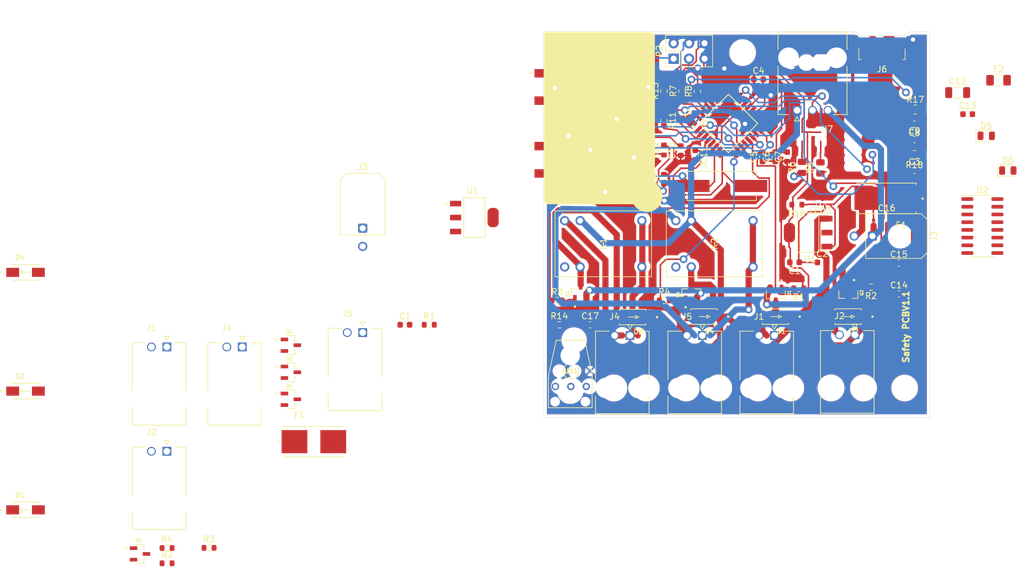
<source format=kicad_pcb>
(kicad_pcb (version 20211014) (generator pcbnew)
  (layers (0 "F.Cu" signal "Top Layer") (31 "B.Cu" signal "Bottom Layer") (34 "B.Paste" user "Bottom Paste") (35 "F.Paste" user "Top Paste") (36 "B.SilkS" user "Bottom Overlay") (37 "F.SilkS" user "Top Overlay") (38 "B.Mask" user "Bottom Solder") (39 "F.Mask" user "Top Solder") (44 "Edge.Cuts" user))
  (net 0 "")
  (net 1 "PWR_GND")
  (net 2 "GND")
  (net 3 "D7")
  (net 4 "D6")
  (net 5 "D5")
  (net 6 "D4")
  (net 7 "D3")
  (net 8 "D2")
  (net 9 "+12")
  (net 10 "+5")
  (net 11 "TX_USB")
  (net 12 "Net-(R6-Pad2)")
  (net 13 "Net-(R5-Pad1)")
  (net 14 "RX_USB")
  (net 15 "Net-(D6-Pad2)")
  (net 16 "Net-(D5-Pad2)")
  (net 17 "Net-(LED4-Pad2)")
  (net 18 "/D10")
  (net 19 "Net-(R13-Pad1)")
  (net 20 "Net-(LED5-Pad2)")
  (net 21 "/D9")
  (net 22 "Net-(LED3-Pad2)")
  (net 23 "IF_OUT")
  (net 24 "Net-(R9-Pad1)")
  (net 25 "/D0{slash}RX")
  (net 26 "/D1{slash}TX")
  (net 27 "Net-(C13-Pad2)")
  (net 28 "Net-(J6-Pad3)")
  (net 29 "Net-(J6-Pad2)")
  (net 36 "Net-(C15-Pad1)")
  (net 39 "Net-(F2-Pad1)")
  (net 41 "/D12{slash}MISO")
  (net 42 "/D13{slash}SCK")
  (net 43 "/D11{slash}MOSI")
  (net 44 "/A0")
  (net 45 "Net-(C4-Pad2)")
  (net 46 "Net-(C10-Pad2)")
  (net 47 "Net-(C11-Pad1)")
  (net 48 "/D8")
  (net 49 "/A7")
  (net 50 "/A6")
  (net 51 "/A2")
  (net 52 "/A3")
  (net 53 "/A4")
  (net 54 "/A5")
  (net 57 "RESET")
  (net 58 "Net-(C16-Pad2)")
  (net 59 "Net-(D1-Pad2)")
  (net 60 "Net-(D2-Pad2)")
  (net 61 "Net-(J4-Pad1)")
  (net 62 "Net-(J4-Pad2)")
  (net 63 "Net-(J5-Pad1)")
  (net 64 "Net-(J5-Pad2)")
  (net 66 "Net-(D3-Pad2)")
  (net 68 "Net-(D4-Pad2)")
  (net 69 "Net-(Q1-Pad1)")
  (net 70 "Net-(Q2-Pad1)")
  (net 71 "Net-(Q3-Pad1)")
  (net 72 "Net-(Q4-Pad1)")
  (footprint "Resistor_SMD:R_0603_1608Metric" (layer "F.Cu") (at 158.680658 115.514943 180)
    (fp_text reference "R1")
    (fp_text value "~")
  )
  (footprint "Resistor_SMD:R_0603_1608Metric" (layer "F.Cu") (at 139.474463 83.036359 90)
    (fp_text reference "R7")
    (fp_text value "RC0603DR-07270KL")
  )
  (footprint "footprints:1422037-2" (layer "F.Cu") (at 120.1801 111.99015 90)
    (fp_text reference "K1")
    (fp_text value "~")
  )
  (footprint "SOT95P237X111-3N:SOT95P237X111-3N" (layer "F.Cu") (at 154.908093 116.576617 -90)
    (fp_text reference "Q1")
    (fp_text value "~")
  )
  (footprint "IFE91A:OPTO-RECEIVER" (layer "F.Cu") (at 121.1961 131.6736 180)
    (fp_text reference "U$1")
    (fp_text value "IF-D96F")
  )
  (footprint "Resistor_SMD:R_0805_2012Metric" (layer "F.Cu") (at 159.213301 95.603903 90)
    (fp_text reference "R6")
    (fp_text value "1K")
  )
  (footprint "Resistor_SMD:R_0603_1608Metric" (layer "F.Cu") (at 136.509359 97.56235 90)
    (fp_text reference "R9")
    (fp_text value "RC0603DR-07270KL")
  )
  (footprint "Capacitor_SMD:C_0603_1608Metric" (layer "F.Cu") (at 173.15304 103.7336)
    (fp_text reference "C16")
    (fp_text value "0.1uF")
  )
  (footprint "SOT95P237X111-3N:SOT95P237X111-3N" (layer "F.Cu") (at 141.012687 116.26436 90)
    (fp_text reference "Q4")
    (fp_text value "~")
  )
  (footprint "Resistor_SMD:R_0603_1608Metric" (layer "F.Cu") (at 118.936165 117.513384)
    (fp_text reference "R3")
    (fp_text value "~")
  )
  (footprint "1719750002:MOLEX_1719750002" (layer "F.Cu") (at 54.7311 125.1636)
    (fp_text reference "J1")
    (fp_text value "~")
  )
  (footprint "Capacitor_SMD:C_0603_1608Metric" (layer "F.Cu") (at 175.1711 116.4336)
    (fp_text reference "C14")
    (fp_text value "0.1uF")
  )
  (footprint "Capacitor_SMD:C_0603_1608Metric" (layer "F.Cu") (at 152.726944 93.859665 90)
    (fp_text reference "C5")
    (fp_text value "0.1uF")
  )
  (footprint "5-1437565-0:SW_5-1437565-0" (layer "F.Cu") (at 120.801328 94.345491)
    (fp_text reference "S2")
    (fp_text value "5-1437565-0")
  )
  (footprint "LM1117IMPX-5:SOT230P700X180-4N" (layer "F.Cu") (at 160.233197 106.335957 180)
    (fp_text reference "U1")
    (fp_text value "~")
  )
  (footprint "LED_SMD:LED_0201_0603Metric" (layer "F.Cu") (at 127.76788 85.327139)
    (fp_text reference "LED4")
    (fp_text value "LTST-C191TBKT-5A")
  )
  (footprint "Capacitor_SMD:C_0603_1608Metric" (layer "F.Cu") (at 177.7111 91.0336)
    (fp_text reference "C9")
    (fp_text value "0.1uF")
  )
  (footprint "Capacitor_SMD:C_0603_1608Metric" (layer "F.Cu") (at 152.07109 81.11076)
    (fp_text reference "C4")
    (fp_text value "0.1uF")
  )
  (footprint "S1M:DIOM4325X250N_Safety" (layer "F.Cu") (at 131.3561 120.2436 180)
    (fp_text reference "D3")
    (fp_text value "~")
  )
  (footprint "1719750002:MOLEX_1719750002" (layer "F.Cu") (at 67.1411 125.1636)
    (fp_text reference "J4")
    (fp_text value "~")
  )
  (footprint "Capacitor_SMD:C_0603_1608Metric" (layer "F.Cu") (at 157.989128 111.227154 180)
    (fp_text reference "C1")
    (fp_text value "0.1uF")
  )
  (footprint "SOT95P237X111-3N:SOT95P237X111-3N" (layer "F.Cu") (at 75.1361 129.3336)
    (fp_text reference "Q2")
    (fp_text value "~")
  )
  (footprint "Resistor_SMD:R_0603_1608Metric" (layer "F.Cu") (at 97.9011 121.5136)
    (fp_text reference "R1")
    (fp_text value "~")
  )
  (footprint "Resistor_SMD:R_0603_1608Metric" (layer "F.Cu") (at 54.7711 158.2736)
    (fp_text reference "R4")
    (fp_text value "~")
  )
  (footprint "5-1437565-0:SW_5-1437565-0" (layer "F.Cu") (at 120.801328 82.361405)
    (fp_text reference "S1")
    (fp_text value "5-1437565-0")
  )
  (footprint "Resistor_SMD:R_0603_1608Metric" (layer "F.Cu") (at 136.509359 83.028831 90)
    (fp_text reference "R13")
    (fp_text value "RC0603DR-07270KL")
  )
  (footprint "SOT95P237X111-3N:SOT95P237X111-3N" (layer "F.Cu") (at 122.808144 116.17068 90)
    (fp_text reference "Q3")
    (fp_text value "~")
  )
  (footprint "Capacitor_SMD:C_0603_1608Metric" (layer "F.Cu") (at 175.1581 111.3536)
    (fp_text reference "C15")
    (fp_text value "0.1uF")
  )
  (footprint "Capacitor_SMD:C_0603_1608Metric" (layer "F.Cu") (at 154.813676 93.859665 90)
    (fp_text reference "C6")
    (fp_text value "0.1uF")
  )
  (footprint "Connector_Molex:Molex_Micro-Fit_3.0_43045-0200_2x01_P3.00mm_Horizontal" (layer "F.Cu") (at 86.9511 105.6136)
    (fp_text reference "J3")
    (fp_text value "~")
  )
  (footprint "S1M:DIOM4325X250N_Safety" (layer "F.Cu") (at 31.4861 112.8836)
    (fp_text reference "D4")
    (fp_text value "~")
  )
  (footprint "Capacitor_SMD:C_0603_1608Metric" (layer "F.Cu") (at 124.3711 121.5136)
    (fp_text reference "C17")
    (fp_text value "0.1uF")
  )
  (footprint "SOT95P237X111-3N:SOT95P237X111-3N" (layer "F.Cu") (at 166.836278 116.514164 -90)
    (fp_text reference "Q2")
    (fp_text value "~")
  )
  (footprint "Resistor_SMD:R_0603_1608Metric" (layer "F.Cu") (at 136.509359 92.738458 90)
    (fp_text reference "R12")
    (fp_text value "RC0603DR-07270KL")
  )
  (footprint "ATMEGA328P-AU:QFP80P900X900X120-32N" (layer "F.Cu") (at 147.12217 88.367398 45)
    (fp_text reference "IC1")
    (fp_text value "ATMEGA328P-AU")
  )
  (footprint "Package_SO:SOIC-16_3.9x9.9mm_P1.27mm" (layer "F.Cu") (at 188.8871 105.2576)
    (fp_text reference "U2")
    (fp_text value "CH340C")
  )
  (footprint "Resistor_SMD:R_0603_1608Metric" (layer "F.Cu") (at 119.2911 121.5136)
    (fp_text reference "R14")
    (fp_text value "560 Ohms")
  )
  (footprint "Capacitor_SMD:C_0603_1608Metric" (layer "F.Cu") (at 139.275927 92.85983 90)
    (fp_text reference "C10")
    (fp_text value "0.1uF")
  )
  (footprint "S1M:DIOM4325X250N_Safety" (layer "F.Cu") (at 143.080758 120.168612 180)
    (fp_text reference "D4")
    (fp_text value "~")
  )
  (footprint "1719750002:MOLEX_1719750002" (layer "F.Cu") (at 167.9321 123.1756)
    (fp_text reference "J2")
    (fp_text value "~")
  )
  (footprint "LM1117IMPX-5:SOT230P700X180-4N" (layer "F.Cu") (at 105.3211 103.8606)
    (fp_text reference "U1")
    (fp_text value "~")
  )
  (footprint "Resistor_SMD:R_0603_1608Metric" (layer "F.Cu") (at 142.006711 83.076755 90)
    (fp_text reference "R8")
    (fp_text value "RC0603DR-07270KL")
  )
  (footprint "Capacitor_SMD:C_0603_1608Metric" (layer "F.Cu") (at 186.4741 86.8426)
    (fp_text reference "C13")
    (fp_text value "0.1uF")
  )
  (footprint "SOT95P237X111-3N:SOT95P237X111-3N" (layer "F.Cu") (at 75.1361 133.7836)
    (fp_text reference "Q4")
    (fp_text value "~")
  )
  (footprint "Capacitor_SMD:C_0603_1608Metric" (layer "F.Cu") (at 156.777649 93.859665 90)
    (fp_text reference "C7")
    (fp_text value "0.1uF")
  )
  (footprint "1719750002:MOLEX_1719750002" (layer "F.Cu") (at 54.7311 142.3436)
    (fp_text reference "J2")
    (fp_text value "~")
  )
  (footprint "Resistor_SMD:R_0805_2012Metric" (layer "F.Cu") (at 177.8381 86.0806)
    (fp_text reference "R17")
    (fp_text value "1.2K")
  )
  (footprint "SOT95P237X111-3N:SOT95P237X111-3N" (layer "F.Cu") (at 50.3161 159.2436)
    (fp_text reference "Q3")
    (fp_text value "~")
  )
  (footprint "footprints:1422037-2" (layer "F.Cu") (at 138.4681 111.99015 90)
    (fp_text reference "K2")
    (fp_text value "~")
  )
  (footprint "Resistor_SMD:R_0603_1608Metric" (layer "F.Cu") (at 158.363549 101.739738 180)
    (fp_text reference "R10")
    (fp_text value "RC0603DR-07270KL")
  )
  (footprint "Resistor_SMD:R_0805_2012Metric" (layer "F.Cu") (at 177.7111 93.5736 180)
    (fp_text reference "R18")
    (fp_text value "1.5K")
  )
  (footprint "Capacitor_SMD:C_0603_1608Metric" (layer "F.Cu") (at 162.536363 111.246503)
    (fp_text reference "C2")
    (fp_text value "0.1uF")
  )
  (footprint "S1M:DIOM4325X250N_Safety" (layer "F.Cu") (at 31.4861 151.9836)
    (fp_text reference "D1")
    (fp_text value "~")
  )
  (footprint "S1M:DIOM4325X250N_Safety" (layer "F.Cu") (at 31.4861 132.4336)
    (fp_text reference "D2")
    (fp_text value "~")
  )
  (footprint "1719750002:MOLEX_1719750002" (layer "F.Cu") (at 130.927109 123.276744)
    (fp_text reference "J4")
    (fp_text value "~")
  )
  (footprint "Connector_USB:USB_Micro-B_Molex_47346-0001" (layer "F.Cu") (at 172.3771 76.1396 180)
    (fp_text reference "J6")
    (fp_text value "USB")
  )
  (footprint "Connector_Molex:Molex_Micro-Fit_3.0_43045-0200_2x01_P3.00mm_Horizontal" (layer "F.Cu") (at 170.8081 106.9086 -90)
    (fp_text reference "J3")
    (fp_text value "~")
  )
  (footprint "Safety.PcbLib:NetTie" (layer "F.Cu") (at 170.999709 105.187598 90)
    (fp_text reference "NT1" hide)
    (fp_text value "NetTie10" hide)
  )
  (footprint "Capacitor_SMD:C_0603_1608Metric" (layer "F.Cu") (at 177.7111 88.4936 180)
    (fp_text reference "C8")
    (fp_text value "0.1uF")
  )
  (footprint "Resistor_SMD:R_0805_2012Metric" (layer "F.Cu") (at 162.251573 95.687876 90)
    (fp_text reference "R5")
    (fp_text value "1K")
  )
  (footprint "Capacitor_SMD:C_0603_1608Metric" (layer "F.Cu") (at 93.8911 121.5136)
    (fp_text reference "C1")
    (fp_text value "0.1uF")
  )
  (footprint "1719750002:MOLEX_1719750002" (layer "F.Cu") (at 86.9511 122.7936)
    (fp_text reference "J5")
    (fp_text value "~")
  )
  (footprint "Fuse:Fuse_1206_3216Metric" (layer "F.Cu") (at 191.5541 81.2546)
    (fp_text reference "F2")
    (fp_text value "500mA")
  )
  (footprint "0154010:FUSE_0154010.DRL" (layer "F.Cu") (at 78.9183 140.7582)
    (fp_text reference "F1")
    (fp_text value "~")
  )
  (footprint "LED_SMD:LED_0805_2012Metric" (layer "F.Cu") (at 193.0781 96.1136)
    (fp_text reference "D6")
    (fp_text value "orange")
  )
  (footprint "LED_SMD:LED_0201_0603Metric" (layer "F.Cu") (at 127.616156 97.306704)
    (fp_text reference "LED5")
    (fp_text value "LTST-C191TBKT-5A")
  )
  (footprint "Resistor_SMD:R_0603_1608Metric" (layer "F.Cu") (at 54.7711 160.7836)
    (fp_text reference "R2")
    (fp_text value "~")
  )
  (footprint "LED_SMD:LED_0805_2012Metric" (layer "F.Cu") (at 189.5221 90.3986)
    (fp_text reference "D5")
    (fp_text value "green")
  )
  (footprint "S1M:DIOM4325X250N_Safety" (layer "F.Cu") (at 154.842718 120.168612 180)
    (fp_text reference "D1")
    (fp_text value "~")
  )
  (footprint "S1M:DIOM4325X250N_Safety" (layer "F.Cu") (at 166.813479 120.168612 180)
    (fp_text reference "D2")
    (fp_text value "~")
  )
  (footprint "Resistor_SMD:R_0603_1608Metric" (layer "F.Cu") (at 170.583357 115.327593 180)
    (fp_text reference "R2")
    (fp_text value "~")
  )
  (footprint "Resistor_SMD:R_0603_1608Metric" (layer "F.Cu") (at 136.572909 117.513384)
    (fp_text reference "R4")
    (fp_text value "~")
  )
  (footprint "1719750003:MOLEX_1719750003" (layer "F.Cu") (at 158.4071 86.1966 180)
    (fp_text reference "J7")
    (fp_text value "1719750003")
  )
  (footprint "SOT95P237X111-3N:SOT95P237X111-3N" (layer "F.Cu") (at 75.1361 124.8836)
    (fp_text reference "Q1")
    (fp_text value "~")
  )
  (footprint "Capacitor_SMD:C_1206_3216Metric" (layer "F.Cu") (at 184.8231 83.2866)
    (fp_text reference "C12")
    (fp_text value "10uF")
  )
  (footprint "ECS-160-18-5PX-CKM-TR:XTAL_ECS-160-18-5PX-CKM-TR" (layer "F.Cu") (at 146.0121 98.6536)
    (fp_text reference "Y1")
    (fp_text value "ECS-160-18-5PX-CKM-TR")
  )
  (footprint "Capacitor_SMD:C_0603_1608Metric" (layer "F.Cu") (at 177.7111 96.1136)
    (fp_text reference "C3")
    (fp_text value "0.1uF")
  )
  (footprint "Capacitor_SMD:C_0603_1608Metric" (layer "F.Cu") (at 141.663943 93.574006 -90)
    (fp_text reference "C11")
    (fp_text value "0.1uF")
  )
  (footprint "1719750002:MOLEX_1719750002" (layer "F.Cu") (at 154.683602 123.276744)
    (fp_text reference "J1")
    (fp_text value "~")
  )
  (footprint "LED_SMD:LED_0201_0603Metric" (layer "F.Cu") (at 162.241995 101.680066 180)
    (fp_text reference "LED3")
    (fp_text value "LTST-C191TBKT-5A")
  )
  (footprint "Resistor_SMD:R_0603_1608Metric" (layer "F.Cu") (at 61.6711 158.2436)
    (fp_text reference "R3")
    (fp_text value "~")
  )
  (footprint "Connector_PinHeader_2.54mm:PinHeader_2x03_P2.54mm_Vertical" (layer "F.Cu") (at 138.1021 77.7036 90)
    (fp_text reference "P2")
    (fp_text value "Header 3X2")
  )
  (footprint "1719750002:MOLEX_1719750002" (layer "F.Cu") (at 142.83137 123.276744)
    (fp_text reference "J5")
    (fp_text value "~")
  )
  (footprint "0154010:FUSE_0154010.DRL" (layer "F.Cu") (at 173.15304 100.70356 180)
    (fp_text reference "F1")
    (fp_text value "~")
  )
  (footprint "Resistor_SMD:R_0603_1608Metric" (layer "F.Cu") (at 136.509359 87.893952 -90)
    (fp_text reference "R11")
    (fp_text value "RC0603DR-07270KL")
  )
  (gr_poly (pts (xy 131.355668 73.521346) (xy 131.355668 73.532731) (xy 131.355668 73.544115) (xy 131.355668 73.555499) (xy 131.355668 73.566886) (xy 131.355668 73.57827) (xy 131.355668 73.589655) (xy 131.355668 73.601039) (xy 131.355668 73.612423) (xy 131.355668 73.623808) (xy 131.355668 73.635192) (xy 131.355668 73.646576) (xy 131.355668 73.65796) (xy 131.355668 73.669345) (xy 131.355668 73.680729) (xy 131.355668 73.692113) (xy 131.355668 73.7035) (xy 131.355668 73.714884) (xy 131.355668 73.726269) (xy 131.355668 73.737653) (xy 131.355668 73.749037) (xy 131.355668 73.760421) (xy 131.355668 73.771806) (xy 131.355668 73.78319) (xy 131.355668 73.794574) (xy 131.355668 73.805959) (xy 131.355668 73.817343) (xy 131.355668 73.828727) (xy 131.355668 73.840111) (xy 131.355668 73.851498) (xy 131.355668 73.862882) (xy 131.355668 73.874267) (xy 131.355668 73.885651) (xy 131.355668 73.897035) (xy 131.355668 73.90842) (xy 131.355668 73.919804) (xy 131.355668 73.931188) (xy 131.355668 73.942572) (xy 131.355668 73.953957) (xy 131.355668 73.965341) (xy 131.355668 73.976725) (xy 131.355668 73.988112) (xy 131.355668 73.999496) (xy 131.355668 74.010881) (xy 131.355668 74.022265) (xy 131.355668 74.033649) (xy 131.355668 74.045034) (xy 131.355668 74.056418) (xy 131.355668 74.067802) (xy 131.355668 74.079186) (xy 131.355668 74.090571) (xy 131.355668 74.101955) (xy 131.355668 74.113339) (xy 131.355668 74.124726) (xy 131.355668 74.13611) (xy 131.355668 74.147495) (xy 131.355668 74.158879) (xy 131.355668 74.170263) (xy 131.355668 74.181647) (xy 131.355668 74.193032) (xy 131.355668 74.204416) (xy 131.355668 74.2158) (xy 131.355668 74.227185) (xy 131.355668 74.238569) (xy 131.355668 74.249953) (xy 131.355668 74.26134) (xy 131.355668 74.272724) (xy 131.355668 74.284108) (xy 131.355668 74.295493) (xy 131.355668 74.306877) (xy 131.355668 74.318261) (xy 131.355668 74.329646) (xy 131.355668 74.34103) (xy 131.355668 74.352414) (xy 131.355668 74.363798) (xy 131.355668 74.375183) (xy 131.355668 74.386567) (xy 131.355668 74.397954) (xy 131.355668 74.409338) (xy 131.355668 74.420722) (xy 131.355668 74.432107) (xy 131.355668 74.443491) (xy 131.355668 74.454875) (xy 131.355668 74.466259) (xy 131.355668 74.477644) (xy 131.355668 74.489028) (xy 131.355668 74.500412) (xy 131.355668 74.511797) (xy 131.355668 74.523181) (xy 131.355668 74.534565) (xy 131.355668 74.545952) (xy 131.355668 74.557336) (xy 131.355668 74.568721) (xy 131.355668 74.580105) (xy 131.355668 74.591489) (xy 131.355668 74.602873) (xy 131.355668 74.614258) (xy 131.355668 74.625642) (xy 131.355668 74.637026) (xy 131.355668 74.648411) (xy 131.355668 74.659795) (xy 131.355668 74.671179) (xy 131.355668 74.682566) (xy 131.355668 74.69395) (xy 131.355668 74.705334) (xy 131.355668 74.716719) (xy 131.355668 74.728103) (xy 131.355668 74.739487) (xy 131.355668 74.750872) (xy 131.355668 74.762256) (xy 131.355668 74.77364) (xy 131.355668 74.785024) (xy 131.355668 74.796409) (xy 131.355668 74.807793) (xy 131.355668 74.81918) (xy 131.355668 74.830564) (xy 131.355668 74.841948) (xy 131.355668 74.853333) (xy 131.355668 74.864717) (xy 131.355668 74.876101) (xy 131.355668 74.887485) (xy 131.355668 74.89887) (xy 131.355668 74.910254) (xy 131.355668 74.921638) (xy 131.355668 74.933023) (xy 131.355668 74.944407) (xy 131.355668 74.955794) (xy 131.355668 74.967178) (xy 131.355668 74.978562) (xy 131.355668 74.989947) (xy 131.355668 75.001331) (xy 131.355668 75.012715) (xy 131.355668 75.024099) (xy 131.355668 75.035484) (xy 131.355668 75.046868) (xy 131.355668 75.058252) (xy 131.355668 75.069636) (xy 131.355668 75.081021) (xy 131.355668 75.092408) (xy 131.355668 75.103792) (xy 131.355668 75.115176) (xy 131.355668 75.12656) (xy 131.355668 75.137945) (xy 131.355668 75.149329) (xy 131.355668 75.160713) (xy 131.355668 75.172098) (xy 131.355668 75.183482) (xy 131.355668 75.194866) (xy 131.355668 75.20625) (xy 131.355668 75.217635) (xy 131.355668 75.229019) (xy 131.355668 75.240406) (xy 131.355668 75.25179) (xy 131.355668 75.263174) (xy 131.355668 75.274559) (xy 131.355668 75.285943) (xy 131.355668 75.297327) (xy 131.355668 75.308711) (xy 131.355668 75.320096) (xy 131.355668 75.33148) (xy 131.355668 75.342864) (xy 131.355668 75.354249) (xy 131.355668 75.365633) (xy 131.355668 75.37702) (xy 131.355668 75.388404) (xy 131.355668 75.399788) (xy 131.355668 75.411173) (xy 131.355668 75.422557) (xy 131.355668 75.433941) (xy 131.355668 75.445325) (xy 131.355668 75.45671) (xy 131.355668 75.468094) (xy 131.355668 75.479478) (xy 131.355668 75.490862) (xy 131.355668 75.502247) (xy 131.355668 75.513634) (xy 131.355668 75.525018) (xy 131.355668 75.536402) (xy 131.355668 75.547786) (xy 131.355668 75.559171) (xy 131.355668 75.570555) (xy 131.355668 75.581939) (xy 131.355668 75.593324) (xy 131.355668 75.604708) (xy 131.355668 75.616092) (xy 131.355668 75.627476) (xy 131.355668 75.638861) (xy 131.355668 75.650247) (xy 131.355668 75.661632) (xy 131.355668 75.673016) (xy 131.355668 75.6844) (xy 131.355668 75.695785) (xy 131.355668 75.707169) (xy 131.355668 75.718553) (xy 131.355668 75.729937) (xy 131.355668 75.741322) (xy 131.355668 75.752706) (xy 131.355668 75.76409) (xy 131.355668 75.775475) (xy 131.355668 75.786859) (xy 131.355668 75.798246) (xy 131.355668 75.80963) (xy 131.355668 75.821014) (xy 131.355668 75.832398) (xy 131.355668 75.843783) (xy 131.355668 75.855167) (xy 131.355668 75.866551) (xy 131.355668 75.877936) (xy 131.355668 75.88932) (xy 131.355668 75.900704) (xy 131.355668 75.912088) (xy 131.355668 75.923473) (xy 131.355668 75.93486) (xy 131.355668 75.946244) (xy 131.355668 75.957628) (xy 131.355668 75.969012) (xy 131.355668 75.980397) (xy 131.344284 75.980397) (xy 131.344284 75.969012) (xy 131.344284 75.957628) (xy 131.344284 75.946244) (xy 131.344284 75.93486) (xy 131.344284 75.923473) (xy 131.3329 75.923473) (xy 131.3329 75.912088) (xy 131.3329 75.900704) (xy 131.3329 75.88932) (xy 131.321515 75.88932) (xy 131.321515 75.877936) (xy 131.321515 75.866551) (xy 131.321515 75.855167) (xy 131.310131 75.855167) (xy 131.310131 75.843783) (xy 131.310131 75.832398) (xy 131.298747 75.832398) (xy 131.298747 75.821014) (xy 131.298747 75.80963) (xy 131.287363 75.80963) (xy 131.287363 75.798246) (xy 131.287363 75.786859) (xy 131.275976 75.786859) (xy 131.275976 75.775475) (xy 131.264591 75.775475) (xy 131.264591 75.76409) (xy 131.264591 75.752706) (xy 131.253207 75.752706) (xy 131.253207 75.741322) (xy 131.241823 75.741322) (xy 131.241823 75.729937) (xy 131.241823 75.718553) (xy 131.230439 75.718553) (xy 131.230439 75.707169) (xy 131.219054 75.707169) (xy 131.219054 75.695785) (xy 131.20767 75.695785) (xy 131.20767 75.6844) (xy 131.196286 75.6844) (xy 131.196286 75.673016) (xy 131.184901 75.673016) (xy 131.184901 75.661632) (xy 131.173517 75.661632) (xy 131.173517 75.650247) (xy 131.162133 75.650247) (xy 131.162133 75.638861) (xy 131.150749 75.638861) (xy 131.150749 75.627476) (xy 131.139362 75.627476) (xy 131.139362 75.616092) (xy 131.127978 75.616092) (xy 131.127978 75.604708) (xy 131.116593 75.604708) (xy 131.116593 75.593324) (xy 131.105209 75.593324) (xy 131.105209 75.581939) (xy 131.08244 75.581939) (xy 131.08244 75.570555) (xy 131.071056 75.570555) (xy 131.071056 75.559171) (xy 131.059672 75.559171) (xy 131.059672 75.547786) (xy 131.036903 75.547786) (xy 131.036903 75.536402) (xy 131.025519 75.536402) (xy 131.025519 75.525018) (xy 131.002748 75.525018) (xy 131.002748 75.513634) (xy 130.991364 75.513634) (xy 130.991364 75.502247) (xy 130.968595 75.502247) (xy 130.968595 75.490862) (xy 130.957211 75.490862) (xy 130.957211 75.479478) (xy 130.934442 75.479478) (xy 130.934442 75.468094) (xy 130.911674 75.468094) (xy 130.911674 75.45671) (xy 130.888905 75.45671) (xy 130.888905 75.445325) (xy 130.877521 75.445325) (xy 130.877521 75.433941) (xy 130.85475 75.433941) (xy 130.85475 75.422557) (xy 130.831981 75.422557) (xy 130.831981 75.411173) (xy 130.809213 75.411173) (xy 130.809213 75.399788) (xy 130.786444 75.399788) (xy 130.786444 75.388404) (xy 130.763675 75.388404) (xy 130.763675 75.37702) (xy 130.740907 75.37702) (xy 130.740907 75.365633) (xy 130.718136 75.365633) (xy 130.718136 75.354249) (xy 130.695367 75.354249) (xy 130.695367 75.342864) (xy 130.672599 75.342864) (xy 130.672599 75.33148) (xy 130.64983 75.33148) (xy 130.64983 75.320096) (xy 130.627062 75.320096) (xy 130.627062 75.308711) (xy 130.604293 75.308711) (xy 130.604293 75.297327) (xy 130.570138 75.297327) (xy 130.570138 75.285943) (xy 130.547369 75.285943) (xy 130.547369 75.274559) (xy 130.524601 75.274559) (xy 130.524601 75.263174) (xy 130.490448 75.263174) (xy 130.490448 75.25179) (xy 130.467679 75.25179) (xy 130.467679 75.240406) (xy 130.444908 75.240406) (xy 130.444908 75.229019) (xy 130.410755 75.229019) (xy 130.410755 75.217635) (xy 130.387987 75.217635) (xy 130.387987 75.20625) (xy 130.353834 75.20625) (xy 130.353834 75.194866) (xy 130.319681 75.194866) (xy 130.319681 75.183482) (xy 130.29691 75.183482) (xy 130.29691 75.172098) (xy 130.262757 75.172098) (xy 130.262757 75.160713) (xy 130.228604 75.160713) (xy 130.228604 75.149329) (xy 130.205836 75.149329) (xy 130.205836 75.137945) (xy 130.17168 75.137945) (xy 130.17168 75.12656) (xy 130.137527 75.12656) (xy 130.137527 75.115176) (xy 130.103375 75.115176) (xy 130.103375 75.103792) (xy 130.069222 75.103792) (xy 130.069222 75.092408) (xy 130.035066 75.092408) (xy 130.035066 75.081021) (xy 130.012298 75.081021) (xy 130.012298 75.069636) (xy 129.978145 75.069636) (xy 129.978145 75.058252) (xy 129.943992 75.058252) (xy 129.943992 75.046868) (xy 129.898455 75.046868) (xy 129.898455 75.035484) (xy 129.8643 75.035484) (xy 129.8643 75.024099) (xy 129.830147 75.024099) (xy 129.830147 75.012715) (xy 129.795994 75.012715) (xy 129.795994 75.001331) (xy 129.761841 75.001331) (xy 129.761841 74.989947) (xy 129.716301 74.989947) (xy 129.716301 74.978562) (xy 129.682149 74.978562) (xy 129.682149 74.967178) (xy 129.647996 74.967178) (xy 129.647996 74.955794) (xy 129.602456 74.955794) (xy 129.602456 74.944407) (xy 129.568303 74.944407) (xy 129.568303 74.933023) (xy 129.53415 74.933023) (xy 129.53415 74.921638) (xy 129.488613 74.921638) (xy 129.488613 74.910254) (xy 129.443074 74.910254) (xy 129.443074 74.89887) (xy 129.408921 74.89887) (xy 129.408921 74.887485) (xy 129.363384 74.887485) (xy 129.363384 74.876101) (xy 129.329228 74.876101) (xy 129.329228 74.864717) (xy 129.283691 74.864717) (xy 129.283691 74.853333) (xy 129.238154 74.853333) (xy 129.238154 74.841948) (xy 129.192614 74.841948) (xy 129.192614 74.830564) (xy 129.147077 74.830564) (xy 129.147077 74.81918) (xy 129.112924 74.81918) (xy 129.112924 74.807793) (xy 129.067387 74.807793) (xy 129.067387 74.796409) (xy 129.021848 74.796409) (xy 129.021848 74.785024) (xy 128.976311 74.785024) (xy 128.976311 74.77364) (xy 128.930773 74.77364) (xy 128.930773 74.762256) (xy 128.873849 74.762256) (xy 128.873849 74.750872) (xy 128.828312 74.750872) (xy 128.828312 74.739487) (xy 128.782773 74.739487) (xy 128.782773 74.728103) (xy 128.737236 74.728103) (xy 128.737236 74.716719) (xy 128.691698 74.716719) (xy 128.691698 74.705334) (xy 128.634774 74.705334) (xy 128.634774 74.69395) (xy 128.589237 74.69395) (xy 128.589237 74.682566) (xy 128.5437 74.682566) (xy 128.5437 74.671179) (xy 128.486776 74.671179) (xy 128.486776 74.659795) (xy 128.441239 74.659795) (xy 128.441239 74.648411) (xy 128.384318 74.648411) (xy 128.384318 74.637026) (xy 128.327394 74.637026) (xy 128.327394 74.625642) (xy 128.281857 74.625642) (xy 128.281857 74.614258) (xy 128.224933 74.614258) (xy 128.224933 74.602873) (xy 128.168011 74.602873) (xy 128.168011 74.591489) (xy 128.122474 74.591489) (xy 128.122474 74.580105) (xy 128.06555 74.580105) (xy 128.06555 74.568721) (xy 128.008629 74.568721) (xy 128.008629 74.557336) (xy 127.951708 74.557336) (xy 127.951708 74.545952) (xy 127.894784 74.545952) (xy 127.894784 74.534565) (xy 127.837862 74.534565) (xy 127.837862 74.523181) (xy 127.780938 74.523181) (xy 127.780938 74.511797) (xy 127.724017 74.511797) (xy 127.724017 74.500412) (xy 127.667093 74.500412) (xy 127.667093 74.489028) (xy 127.598787 74.489028) (xy 127.598787 74.477644) (xy 127.541866 74.477644) (xy 127.541866 74.466259) (xy 127.484942 74.466259) (xy 127.484942 74.454875) (xy 127.42802 74.454875) (xy 127.42802 74.443491) (xy 127.359712 74.443491) (xy 127.359712 74.432107) (xy 127.302791 74.432107) (xy 127.302791 74.420722) (xy 127.234483 74.420722) (xy 127.234483 74.409338) (xy 127.177561 74.409338) (xy 127.177561 74.397954) (xy 127.109253 74.397954) (xy 127.109253 74.386567) (xy 127.040947 74.386567) (xy 127.040947 74.375183) (xy 126.984026 74.375183) (xy 126.984026 74.363798) (xy 126.915718 74.363798) (xy 126.915718 74.352414) (xy 126.847412 74.352414) (xy 126.847412 74.34103) (xy 126.779104 74.34103) (xy 126.779104 74.329646) (xy 126.710798 74.329646) (xy 126.710798 74.318261) (xy 126.64249 74.318261) (xy 126.64249 74.306877) (xy 126.574184 74.306877) (xy 126.574184 74.295493) (xy 126.505876 74.295493) (xy 126.505876 74.284108) (xy 126.43757 74.284108) (xy 126.43757 74.272724) (xy 126.369262 74.272724) (xy 126.369262 74.26134) (xy 126.300956 74.26134) (xy 126.300956 74.249953) (xy 126.221264 74.249953) (xy 126.221264 74.238569) (xy 126.152958 74.238569) (xy 126.152958 74.227185) (xy 126.08465 74.227185) (xy 126.08465 74.2158) (xy 126.00496 74.2158) (xy 126.00496 74.204416) (xy 125.936652 74.204416) (xy 125.936652 74.193032) (xy 125.856959 74.193032) (xy 125.856959 74.181647) (xy 125.777269 74.181647) (xy 125.777269 74.170263) (xy 125.708961 74.170263) (xy 125.708961 74.158879) (xy 125.629271 74.158879) (xy 125.629271 74.147495) (xy 125.549579 74.147495) (xy 125.549579 74.13611) (xy 125.469889 74.13611) (xy 125.469889 74.124726) (xy 125.390196 74.124726) (xy 125.390196 74.113339) (xy 125.310506 74.113339) (xy 125.310506 74.101955) (xy 125.230814 74.101955) (xy 125.230814 74.090571) (xy 125.151121 74.090571) (xy 125.151121 74.079186) (xy 125.071431 74.079186) (xy 125.071431 74.067802) (xy 124.991739 74.067802) (xy 124.991739 74.056418) (xy 124.900665 74.056418) (xy 124.900665 74.045034) (xy 124.820972 74.045034) (xy 124.820972 74.033649) (xy 124.74128 74.033649) (xy 124.74128 74.022265) (xy 124.650205 74.022265) (xy 124.650205 74.010881) (xy 124.559129 74.010881) (xy 124.559129 73.999496) (xy 124.479439 73.999496) (xy 124.479439 73.988112) (xy 124.388362 73.988112) (xy 124.388362 73.976725) (xy 124.297285 73.976725) (xy 124.297285 73.965341) (xy 124.206211 73.965341) (xy 124.206211 73.953957) (xy 124.115134 73.953957) (xy 124.115134 73.942572) (xy 124.024057 73.942572) (xy 124.024057 73.931188) (xy 123.932983 73.931188) (xy 123.932983 73.919804) (xy 123.841906 73.919804) (xy 123.841906 73.90842) (xy 123.750829 73.90842) (xy 123.750829 73.897035) (xy 123.659755 73.897035) (xy 123.659755 73.885651) (xy 123.557294 73.885651) (xy 123.557294 73.874267) (xy 123.466217 73.874267) (xy 123.466217 73.862882) (xy 123.363759 73.862882) (xy 123.363759 73.851498) (xy 123.272682 73.851498) (xy 123.272682 73.840111) (xy 123.170221 73.840111) (xy 123.170221 73.828727) (xy 123.06776 73.828727) (xy 123.06776 73.817343) (xy 122.965301 73.817343) (xy 122.965301 73.805959) (xy 122.86284 73.805959) (xy 122.86284 73.794574) (xy 122.760379 73.794574) (xy 122.760379 73.78319) (xy 122.657918 73.78319) (xy 122.657918 73.771806) (xy 122.55546 73.771806) (xy 122.55546 73.760421) (xy 122.452999 73.760421) (xy 122.452999 73.749037) (xy 122.339153 73.749037) (xy 122.339153 73.737653) (xy 122.236692 73.737653) (xy 122.236692 73.726269) (xy 122.122849 73.726269) (xy 122.122849 73.714884) (xy 122.009004 73.714884) (xy 122.009004 73.7035) (xy 121.906543 73.7035) (xy 121.906543 73.692113) (xy 121.792698 73.692113) (xy 121.792698 73.680729) (xy 121.678852 73.680729) (xy 121.678852 73.669345) (xy 121.553623 73.669345) (xy 121.553623 73.65796) (xy 121.43978 73.65796) (xy 121.43978 73.646576) (xy 121.325935 73.646576) (xy 121.325935 73.635192) (xy 121.200705 73.635192) (xy 121.200705 73.623808) (xy 121.08686 73.623808) (xy 121.08686 73.612423) (xy 120.96163 73.612423) (xy 120.96163 73.601039) (xy 120.8364 73.601039) (xy 120.8364 73.589655) (xy 120.711171 73.589655) (xy 120.711171 73.57827) (xy 120.574557 73.57827) (xy 120.574557 73.566886) (xy 120.44933 73.566886) (xy 120.44933 73.555499) (xy 120.312716 73.555499) (xy 120.312716 73.544115) (xy 120.176102 73.544115) (xy 120.176102 73.532731) (xy 120.039488 73.532731) (xy 120.039488 73.521346) (xy 119.902874 73.521346) (xy 119.902874 73.532731) (xy 119.982564 73.532731) (xy 119.982564 73.544115) (xy 120.073641 73.544115) (xy 120.073641 73.555499) (xy 120.153331 73.555499) (xy 120.153331 73.566886) (xy 120.233023 73.566886) (xy 120.233023 73.57827) (xy 120.312716 73.57827) (xy 120.312716 73.589655) (xy 120.40379 73.589655) (xy 120.40379 73.601039) (xy 120.483483 73.601039) (xy 120.483483 73.612423) (xy 120.563173 73.612423) (xy 120.563173 73.623808) (xy 120.642865 73.623808) (xy 120.642865 73.635192) (xy 120.722558 73.635192) (xy 120.722558 73.646576) (xy 120.802248 73.646576) (xy 120.802248 73.65796) (xy 120.88194 73.65796) (xy 120.88194 73.669345) (xy 120.950246 73.669345) (xy 120.950246 73.680729) (xy 121.029938 73.680729) (xy 121.029938 73.692113) (xy 121.109628 73.692113) (xy 121.109628 73.7035) (xy 121.189321 73.7035) (xy 121.189321 73.714884) (xy 121.257626 73.714884) (xy 121.257626 73.726269) (xy 121.337319 73.726269) (xy 121.337319 73.737653) (xy 121.405625 73.737653) (xy 121.405625 73.749037) (xy 121.485317 73.749037) (xy 121.485317 73.760421) (xy 121.553623 73.760421) (xy 121.553623 73.771806) (xy 121.633315 73.771806) (xy 121.633315 73.78319) (xy 121.701624 73.78319) (xy 121.701624 73.794574) (xy 121.769929 73.794574) (xy 121.769929 73.805959) (xy 121.838237 73.805959) (xy 121.838237 73.817343) (xy 121.906543 73.817343) (xy 121.906543 73.828727) (xy 121.974851 73.828727) (xy 121.974851 73.840111) (xy 122.043157 73.840111) (xy 122.043157 73.851498) (xy 122.111463 73.851498) (xy 122.111463 73.862882) (xy 122.179771 73.862882) (xy 122.179771 73.874267) (xy 122.236692 73.874267) (xy 122.236692 73.885651) (xy 122.305001 73.885651) (xy 122.305001 73.897035) (xy 122.373306 73.897035) (xy 122.373306 73.90842) (xy 122.43023 73.90842) (xy 122.43023 73.919804) (xy 122.487152 73.919804) (xy 122.487152 73.931188) (xy 122.55546 73.931188) (xy 122.55546 73.942572) (xy 122.612381 73.942572) (xy 122.612381 73.953957) (xy 122.669305 73.953957) (xy 122.669305 73.965341) (xy 122.714842 73.965341) (xy 122.714842 73.976725) (xy 122.771764 73.976725) (xy 122.771764 73.988112) (xy 122.828688 73.988112) (xy 122.828688 73.999496) (xy 122.874225 73.999496) (xy 122.874225 74.010881) (xy 122.919762 74.010881) (xy 122.919762 74.022265) (xy 122.965301 74.022265) (xy 122.965301 74.033649) (xy 123.010839 74.033649) (xy 123.010839 74.045034) (xy 123.056376 74.045034) (xy 123.056376 74.056418) (xy 123.101915 74.056418) (xy 123.101915 74.067802) (xy 123.136068 74.067802) (xy 123.136068 74.079186) (xy 123.181605 74.079186) (xy 123.181605 74.090571) (xy 123.215758 74.090571) (xy 123.215758 74.101955) (xy 123.261298 74.101955) (xy 123.261298 74.113339) (xy 123.295451 74.113339) (xy 123.295451 74.124726) (xy 123.340988 74.124726) (xy 123.340988 74.13611) (xy 123.375143 74.13611) (xy 123.375143 74.147495) (xy 123.42068 74.147495) (xy 123.42068 74.158879) (xy 123.454833 74.158879) (xy 123.454833 74.170263) (xy 123.50037 74.170263) (xy 123.50037 74.181647) (xy 123.534526 74.181647) (xy 123.534526 74.193032) (xy 123.580063 74.193032) (xy 123.580063 74.204416) (xy 123.614216 74.204416) (xy 123.614216 74.2158) (xy 123.648371 74.2158) (xy 123.648371 74.227185) (xy 123.693908 74.227185) (xy 123.693908 74.238569) (xy 123.728061 74.238569) (xy 123.728061 74.249953) (xy 123.773598 74.249953) (xy 123.773598 74.26134) (xy 123.807753 74.26134) (xy 123.807753 74.272724) (xy 123.853291 74.272724) (xy 123.853291 74.284108) (xy 123.887443 74.284108) (xy 123.887443 74.295493) (xy 123.921599 74.295493) (xy 123.921599 74.306877) (xy 123.967136 74.306877) (xy 123.967136 74.318261) (xy 124.001289 74.318261) (xy 124.001289 74.329646) (xy 124.046826 74.329646) (xy 124.046826 74.34103) (xy 124.080981 74.34103) (xy 124.080981 74.352414) (xy 124.115134 74.352414) (xy 124.115134 74.363798) (xy 124.160671 74.363798) (xy 124.160671 74.375183) (xy 124.194824 74.375183) (xy 124.194824 74.386567) (xy 124.240364 74.386567) (xy 124.240364 74.397954) (xy 124.274517 74.397954) (xy 124.274517 74.409338) (xy 124.308669 74.409338) (xy 124.308669 74.420722) (xy 124.354209 74.420722) (xy 124.354209 74.432107) (xy 124.388362 74.432107) (xy 124.388362 74.443491) (xy 124.422515 74.443491) (xy 124.422515 74.454875) (xy 124.468052 74.454875) (xy 124.468052 74.466259) (xy 124.502207 74.466259) (xy 124.502207 74.477644) (xy 124.547744 74.477644) (xy 124.547744 74.489028) (xy 124.581897 74.489028) (xy 124.581897 74.500412) (xy 124.616053 74.500412) (xy 124.616053 74.511797) (xy 124.66159 74.511797) (xy 124.66159 74.523181) (xy 124.695742 74.523181) (xy 124.695742 74.534565) (xy 124.729895 74.534565) (xy 124.729895 74.545952) (xy 124.775435 74.545952) (xy 124.775435 74.557336) (xy 124.809588 74.557336) (xy 124.809588 74.568721) (xy 124.855125 74.568721) (xy 124.855125 74.580105) (xy 124.889278 74.580105) (xy 124.889278 74.591489) (xy 124.923433 74.591489) (xy 124.923433 74.602873) (xy 124.96897 74.602873) (xy 124.96897 74.614258) (xy 125.003123 74.614258) (xy 125.003123 74.625642) (xy 125.037279 74.625642) (xy 125.037279 74.637026) (xy 125.082816 74.637026) (xy 125.082816 74.648411) (xy 125.116968 74.648411) (xy 125.116968 74.659795) (xy 125.151121 74.659795) (xy 125.151121 74.671179) (xy 125.196661 74.671179) (xy 125.196661 74.682566) (xy 125.230814 74.682566) (xy 125.230814 74.69395) (xy 125.264967 74.69395) (xy 125.264967 74.705334) (xy 125.310506 74.705334) (xy 125.310506 74.716719) (xy 125.344659 74.716719) (xy 125.344659 74.728103) (xy 125.378812 74.728103) (xy 125.378812 74.739487) (xy 125.424349 74.739487) (xy 125.424349 74.750872) (xy 125.458504 74.750872) (xy 125.458504 74.762256) (xy 125.492657 74.762256) (xy 125.492657 74.77364) (xy 125.538194 74.77364) (xy 125.538194 74.785024) (xy 125.572347 74.785024) (xy 125.572347 74.796409) (xy 125.606503 74.796409) (xy 125.606503 74.807793) (xy 125.65204 74.807793) (xy 125.65204 74.81918) (xy 125.686193 74.81918) (xy 125.686193 74.830564) (xy 125.720345 74.830564) (xy 125.720345 74.841948) (xy 125.788654 74.841948) (xy 125.788654 74.853333) (xy 125.868346 74.853333) (xy 125.868346 74.864717) (xy 125.948036 74.864717) (xy 125.948036 74.876101) (xy 126.039113 74.876101) (xy 126.039113 74.887485) (xy 126.152958 74.887485) (xy 126.152958 74.89887) (xy 126.335109 74.89887) (xy 126.335109 74.910254) (xy 126.892949 74.910254) (xy 126.892949 74.89887) (xy 127.177561 74.89887) (xy 127.177561 74.887485) (xy 127.530479 74.887485) (xy 127.530479 74.876101) (xy 127.860631 74.876101) (xy 127.860631 74.887485) (xy 128.156627 74.887485) (xy 128.156627 74.89887) (xy 128.327394 74.89887) (xy 128.327394 74.910254) (xy 128.452623 74.910254) (xy 128.452623 74.921638) (xy 128.566469 74.921638) (xy 128.566469 74.933023) (xy 128.66893 74.933023) (xy 128.66893 74.944407) (xy 128.74862 74.944407) (xy 128.74862 74.955794) (xy 128.839697 74.955794) (xy 128.839697 74.967178) (xy 128.919387 74.967178) (xy 128.919387 74.978562) (xy 128.987695 74.978562) (xy 128.987695 74.989947) (xy 129.067387 74.989947) (xy 129.067387 75.001331) (xy 129.135693 75.001331) (xy 129.135693 75.012715) (xy 129.204001 75.012715) (xy 129.204001 75.024099) (xy 129.260923 75.024099) (xy 129.260923 75.035484) (xy 129.329228 75.035484) (xy 129.329228 75.046868) (xy 129.386152 75.046868) (xy 129.386152 75.058252) (xy 129.443074 75.058252) (xy 129.443074 75.069636) (xy 129.499998 75.069636) (xy 129.499998 75.081021) (xy 129.556919 75.081021) (xy 129.556919 75.092408) (xy 129.61384 75.092408) (xy 129.61384 75.103792) (xy 129.670764 75.103792) (xy 129.670764 75.115176) (xy 129.716301 75.115176) (xy 129.716301 75.12656) (xy 129.773225 75.12656) (xy 129.773225 75.137945) (xy 129.818762 75.137945) (xy 129.818762 75.149329) (xy 129.875684 75.149329) (xy 129.875684 75.160713) (xy 129.921224 75.160713) (xy 129.921224 75.172098) (xy 129.966761 75.172098) (xy 129.966761 75.183482) (xy 130.012298 75.183482) (xy 130.012298 75.194866) (xy 130.057837 75.194866) (xy 130.057837 75.20625) (xy 130.09199 75.20625) (xy 130.09199 75.217635) (xy 130.137527 75.217635) (xy 130.137527 75.229019) (xy 130.17168 75.229019) (xy 130.17168 75.240406) (xy 130.21722 75.240406) (xy 130.21722 75.25179) (xy 130.251373 75.25179) (xy 130.251373 75.263174) (xy 130.285526 75.263174) (xy 130.285526 75.274559) (xy 130.319681 75.274559) (xy 130.319681 75.285943) (xy 130.353834 75.285943) (xy 130.353834 75.297327) (xy 130.387987 75.297327) (xy 130.387987 75.308711) (xy 130.422139 75.308711) (xy 130.422139 75.320096) (xy 130.444908 75.320096) (xy 130.444908 75.33148) (xy 130.479063 75.33148) (xy 130.479063 75.342864) (xy 130.501832 75.342864) (xy 130.501832 75.354249) (xy 130.535985 75.354249) (xy 130.535985 75.365633) (xy 130.558753 75.365633) (xy 130.558753 75.37702) (xy 130.592909 75.37702) (xy 130.592909 75.388404) (xy 130.615677 75.388404) (xy 130.615677 75.399788) (xy 130.638446 75.399788) (xy 130.638446 75.411173) (xy 130.661214 75.411173) (xy 130.661214 75.422557) (xy 130.683983 75.422557) (xy 130.683983 75.433941) (xy 130.706752 75.433941) (xy 130.706752 75.445325) (xy 130.72952 75.445325) (xy 130.72952 75.45671) (xy 130.752291 75.45671) (xy 130.752291 75.468094) (xy 130.77506 75.468094) (xy 130.77506 75.479478) (xy 130.786444 75.479478) (xy 130.786444 75.490862) (xy 130.809213 75.490862) (xy 130.809213 75.502247) (xy 130.831981 75.502247) (xy 130.831981 75.513634) (xy 130.843365 75.513634) (xy 130.843365 75.525018) (xy 130.866134 75.525018) (xy 130.866134 75.536402) (xy 130.877521 75.536402) (xy 130.877521 75.547786) (xy 130.900289 75.547786) (xy 130.900289 75.559171) (xy 130.911674 75.559171) (xy 130.911674 75.570555) (xy 130.934442 75.570555) (xy 130.934442 75.581939) (xy 130.945827 75.581939) (xy 130.945827 75.593324) (xy 130.957211 75.593324) (xy 130.957211 75.604708) (xy 130.968595 75.604708) (xy 130.968595 75.616092) (xy 130.991364 75.616092) (xy 130.991364 75.627476) (xy 131.002748 75.627476) (xy 131.002748 75.638861) (xy 131.014135 75.638861) (xy 131.014135 75.650247) (xy 131.025519 75.650247) (xy 131.025519 75.661632) (xy 131.036903 75.661632) (xy 131.036903 75.673016) (xy 131.048288 75.673016) (xy 131.048288 75.6844) (xy 131.059672 75.6844) (xy 131.059672 75.695785) (xy 131.071056 75.695785) (xy 131.071056 75.707169) (xy 131.08244 75.707169) (xy 131.08244 75.718553) (xy 131.093825 75.718553) (xy 131.093825 75.729937) (xy 131.105209 75.729937) (xy 131.105209 75.741322) (xy 131.105209 75.752706) (xy 131.116593 75.752706) (xy 131.116593 75.76409) (xy 131.127978 75.76409) (xy 131.127978 75.775475) (xy 131.139362 75.775475) (xy 131.139362 75.786859) (xy 131.139362 75.798246) (xy 131.150749 75.798246) (xy 131.150749 75.80963) (xy 131.150749 75.821014) (xy 131.162133 75.821014) (xy 131.162133 75.832398) (xy 131.173517 75.832398) (xy 131.173517 75.843783) (xy 131.173517 75.855167) (xy 131.184901 75.855167) (xy 131.184901 75.866551) (xy 131.184901 75.877936) (xy 131.196286 75.877936) (xy 131.196286 75.88932) (xy 131.196286 75.900704) (xy 131.196286 75.912088) (xy 131.20767 75.912088) (xy 131.20767 75.923473) (xy 131.20767 75.93486) (xy 131.219054 75.93486) (xy 131.219054 75.946244) (xy 131.219054 75.957628) (xy 131.219054 75.969012) (xy 131.219054 75.980397) (xy 131.230439 75.980397) (xy 131.230439 75.991781) (xy 131.230439 76.003165) (xy 131.230439 76.01455) (xy 131.230439 76.025934) (xy 131.230439 76.037318) (xy 131.230439 76.048702) (xy 131.230439 76.060087) (xy 131.230439 76.071473) (xy 131.241823 76.071473) (xy 131.241823 76.082858) (xy 131.241823 76.094242) (xy 131.241823 76.105626) (xy 131.241823 76.117011) (xy 131.241823 76.128395) (xy 131.230439 76.128395) (xy 131.230439 76.139779) (xy 131.230439 76.151163) (xy 131.230439 76.162548) (xy 131.230439 76.173932) (xy 131.230439 76.185316) (xy 131.230439 76.196701) (xy 131.230439 76.208087) (xy 131.230439 76.219472) (xy 131.219054 76.219472) (xy 131.219054 76.230856) (xy 131.219054 76.24224) (xy 131.219054 76.253624) (xy 131.219054 76.265009) (xy 131.219054 76.276393) (xy 131.20767 76.276393) (xy 131.20767 76.287777) (xy 131.20767 76.299162) (xy 131.20767 76.310546) (xy 131.196286 76.310546) (xy 131.196286 76.32193) (xy 131.196286 76.333314) (xy 131.196286 76.344701) (xy 131.184901 76.344701) (xy 131.184901 76.356086) (xy 131.184901 76.36747) (xy 131.173517 76.36747) (xy 131.173517 76.378854) (xy 131.173517 76.390238) (xy 131.162133 76.390238) (xy 131.162133 76.401623) (xy 131.162133 76.413007) (xy 131.150749 76.413007) (xy 131.150749 76.424391) (xy 131.150749 76.435775) (xy 131.139362 76.435775) (xy 131.139362 76.44716) (xy 131.139362 76.458544) (xy 131.127978 76.458544) (xy 131.127978 76.469928) (xy 131.127978 76.481313) (xy 131.116593 76.481313) (xy 131.116593 76.492699) (xy 131.116593 76.504084) (xy 131.105209 76.504084) (xy 131.105209 76.515468) (xy 131.093825 76.515468) (xy 131.093825 76.526852) (xy 131.093825 76.538237) (xy 131.08244 76.538237) (xy 131.08244 76.549621) (xy 131.071056 76.549621) (xy 131.071056 76.561005) (xy 131.071056 76.572389) (xy 131.059672 76.572389) (xy 131.059672 76.583774) (xy 131.048288 76.583774) (xy 131.048288 76.595158) (xy 131.048288 76.606542) (xy 131.036903 76.606542) (xy 131.036903 76.617927) (xy 131.025519 76.617927) (xy 131.025519 76.629313) (xy 131.014135 76.629313) (xy 131.014135 76.640698) (xy 131.014135 76.652082) (xy 131.002748 76.652082) (xy 131.002748 76.663466) (xy 130.991364 76.663466) (xy 130.991364 76.67485) (xy 130.979979 76.67485) (xy 130.979979 76.686235) (xy 130.968595 76.686235) (xy 130.968595 76.697619) (xy 130.968595 76.709003) (xy 130.957211 76.709003) (xy 130.957211 76.720388) (xy 130.945827 76.720388) (xy 130.945827 76.731772) (xy 130.934442 76.731772) (xy 130.934442 76.743156) (xy 130.923058 76.743156) (xy 130.923058 76.75454) (xy 130.911674 76.75454) (xy 130.911674 76.765927) (xy 130.900289 76.765927) (xy 130.900289 76.777312) (xy 130.888905 76.777312) (xy 130.888905 76.788696) (xy 130.877521 76.788696) (xy 130.877521 76.80008) (xy 130.866134 76.80008) (xy 130.866134 76.811464) (xy 130.85475 76.811464) (xy 130.85475 76.822849) (xy 130.843365 76.822849) (xy 130.843365 76.834233) (xy 130.831981 76.834233) (xy 130.831981 76.845617) (xy 130.820597 76.845617) (xy 130.820597 76.857001) (xy 130.809213 76.857001) (xy 130.809213 76.868386) (xy 130.797828 76.868386) (xy 130.797828 76.87977) (xy 130.786444 76.87977) (xy 130.786444 76.891154) (xy 130.77506 76.891154) (xy 130.77506 76.902541) (xy 130.763675 76.902541) (xy 130.763675 76.913925) (xy 130.752291 76.913925) (xy 130.752291 76.92531) (xy 130.740907 76.92531) (xy 130.740907 76.936694) (xy 130.72952 76.936694) (xy 130.72952 76.948078) (xy 130.718136 76.948078) (xy 130.718136 76.959463) (xy 130.695367 76.959463) (xy 130.695367 76.970847) (xy 130.683983 76.970847) (xy 130.683983 76.982231) (xy 130.672599 76.982231) (xy 130.672599 76.993615) (xy 130.661214 76.993615) (xy 130.661214 77.005) (xy 130.64983 77.005) (xy 130.64983 77.016384) (xy 130.627062 77.016384) (xy 130.627062 77.027768) (xy 130.615677 77.027768) (xy 130.615677 77.039155) (xy 130.604293 77.039155) (xy 130.604293 77.050539) (xy 130.581522 77.050539) (xy 130.581522 77.061924) (xy 130.570138 77.061924) (xy 130.570138 77.073308) (xy 130.592909 77.073308) (xy 130.592909 77.061924) (xy 130.615677 77.061924) (xy 130.615677 77.050539) (xy 130.627062 77.050539) (xy 130.627062 77.039155) (xy 130.64983 77.039155) (xy 130.64983 77.027768) (xy 130.661214 77.027768) (xy 130.661214 77.016384) (xy 130.683983 77.016384) (xy 130.683983 77.005) (xy 130.695367 77.005) (xy 130.695367 76.993615) (xy 130.718136 76.993615) (xy 130.718136 76.982231) (xy 130.72952 76.982231) (xy 130.72952 76.970847) (xy 130.740907 76.970847) (xy 130.740907 76.959463) (xy 130.763675 76.959463) (xy 130.763675 76.948078) (xy 130.77506 76.948078) (xy 130.77506 76.936694) (xy 130.786444 76.936694) (xy 130.786444 76.92531) (xy 130.809213 76.92531) (xy 130.809213 76.913925) (xy 130.820597 76.913925) (xy 130.820597 76.902541) (xy 130.831981 76.902541) (xy 130.831981 76.891154) (xy 130.85475 76.891154) (xy 130.85475 76.87977) (xy 130.866134 76.87977) (xy 130.866134 76.868386) (xy 130.877521 76.868386) (xy 130.877521 76.857001) (xy 130.888905 76.857001) (xy 130.888905 76.845617) (xy 130.900289 76.845617) (xy 130.900289 76.834233) (xy 130.923058 76.834233) (xy 130.923058 76.822849) (xy 130.934442 76.822849) (xy 130.934442 76.811464) (xy 130.945827 76.811464) (xy 130.945827 76.80008) (xy 130.957211 76.80008) (xy 130.957211 76.788696) (xy 130.968595 76.788696) (xy 130.968595 76.777312) (xy 130.979979 76.777312) (xy 130.979979 76.765927) (xy 130.991364 76.765927) (xy 130.991364 76.75454) (xy 131.002748 76.75454) (xy 131.002748 76.743156) (xy 131.014135 76.743156) (xy 131.014135 76.731772) (xy 131.025519 76.731772) (xy 131.025519 76.720388) (xy 131.036903 76.720388) (xy 131.036903 76.709003) (xy 131.048288 76.709003) (xy 131.048288 76.697619) (xy 131.059672 76.697619) (xy 131.059672 76.686235) (xy 131.071056 76.686235) (xy 131.071056 76.67485) (xy 131.08244 76.67485) (xy 131.08244 76.663466) (xy 131.093825 76.663466) (xy 131.093825 76.652082) (xy 131.105209 76.652082) (xy 131.105209 76.640698) (xy 131.116593 76.640698) (xy 131.116593 76.629313) (xy 131.116593 76.617927) (xy 131.127978 76.617927) (xy 131.127978 76.606542) (xy 131.139362 76.606542) (xy 131.139362 76.595158) (xy 131.150749 76.595158) (xy 131.150749 76.583774) (xy 131.162133 76.583774) (xy 131.162133 76.572389) (xy 131.162133 76.561005) (xy 131.173517 76.561005) (xy 131.173517 76.549621) (xy 131.184901 76.549621) (xy 131.184901 76.538237) (xy 131.196286 76.538237) (xy 131.196286 76.526852) (xy 131.196286 76.515468) (xy 131.20767 76.515468) (xy 131.20767 76.504084) (xy 131.219054 76.504084) (xy 131.219054 76.492699) (xy 131.219054 76.481313) (xy 131.230439 76.481313) (xy 131.230439 76.469928) (xy 131.230439 76.458544) (xy 131.241823 76.458544) (xy 131.241823 76.44716) (xy 131.253207 76.44716) (xy 131.253207 76.435775) (xy 131.253207 76.424391) (xy 131.264591 76.424391) (xy 131.264591 76.413007) (xy 131.264591 76.401623) (xy 131.275976 76.401623) (xy 131.275976 76.390238) (xy 131.275976 76.378854) (xy 131.287363 76.378854) (xy 131.287363 76.36747) (xy 131.287363 76.356086) (xy 131.298747 76.356086) (xy 131.298747 76.344701) (xy 131.298747 76.333314) (xy 131.298747 76.32193) (xy 131.310131 76.32193) (xy 131.310131 76.310546) (xy 131.310131 76.299162) (xy 131.321515 76.299162) (xy 131.321515 76.287777) (xy 131.321515 76.276393) (xy 131.321515 76.265009) (xy 131.3329 76.265009) (xy 131.3329 76.253624) (xy 131.3329 76.24224) (xy 131.3329 76.230856) (xy 131.3329 76.219472) (xy 131.344284 76.219472) (xy 131.344284 76.208087) (xy 131.344284 76.196701) (xy 131.344284 76.185316) (xy 131.344284 76.173932) (xy 131.355668 76.173932) (xy 131.355668 76.185316) (xy 131.355668 76.196701) (xy 131.355668 76.208087) (xy 131.355668 76.219472) (xy 131.355668 76.230856) (xy 131.355668 76.24224) (xy 131.355668 76.253624) (xy 131.355668 76.265009) (xy 131.355668 76.276393) (xy 131.355668 76.287777) (xy 131.355668 76.299162) (xy 131.355668 76.310546) (xy 131.355668 76.32193) (xy 131.355668 76.333314) (xy 131.355668 76.344701) (xy 131.355668 76.356086) (xy 131.355668 76.36747) (xy 131.355668 76.378854) (xy 131.355668 76.390238) (xy 131.355668 76.401623) (xy 131.355668 76.413007) (xy 131.355668 76.424391) (xy 131.355668 76.435775) (xy 131.355668 76.44716) (xy 131.355668 76.458544) (xy 131.355668 76.469928) (xy 131.355668 76.481313) (xy 131.355668 76.492699) (xy 131.355668 76.504084) (xy 131.355668 76.515468) (xy 131.355668 76.526852) (xy 131.355668 76.538237) (xy 131.355668 76.549621) (xy 131.355668 76.561005) (xy 131.355668 76.572389) (xy 131.355668 76.583774) (xy 131.355668 76.595158) (xy 131.355668 76.606542) (xy 131.355668 76.617927) (xy 131.355668 76.629313) (xy 131.355668 76.640698) (xy 131.355668 76.652082) (xy 131.355668 76.663466) (xy 131.355668 76.67485) (xy 131.355668 76.686235) (xy 131.355668 76.697619) (xy 131.355668 76.709003) (xy 131.355668 76.720388) (xy 131.355668 76.731772) (xy 131.355668 76.743156) (xy 131.355668 76.75454) (xy 131.355668 76.765927) (xy 131.355668 76.777312) (xy 131.355668 76.788696) (xy 131.355668 76.80008) (xy 131.355668 76.811464) (xy 131.355668 76.822849) (xy 131.355668 76.834233) (xy 131.355668 76.845617) (xy 131.355668 76.857001) (xy 131.355668 76.868386) (xy 131.355668 76.87977) (xy 131.355668 76.891154) (xy 131.355668 76.902541) (xy 131.355668 76.913925) (xy 131.355668 76.92531) (xy 131.355668 76.936694) (xy 131.355668 76.948078) (xy 131.355668 76.959463) (xy 131.355668 76.970847) (xy 131.355668 76.982231) (xy 131.355668 76.993615) (xy 131.355668 77.005) (xy 131.355668 77.016384) (xy 131.355668 77.027768) (xy 131.355668 77.039155) (xy 131.355668 77.050539) (xy 131.355668 77.061924) (xy 131.355668 77.073308) (xy 131.355668 77.084692) (xy 131.355668 77.096076) (xy 131.355668 77.107461) (xy 130.535985 77.107461) (xy 130.535985 77.096076) (xy 130.524601 77.096076) (xy 130.524601 77.107461) (xy 119.401956 77.107461) (xy 119.401956 77.096076) (xy 119.401956 77.084692) (xy 119.401956 77.073308) (xy 119.401956 77.061924) (xy 119.401956 77.050539) (xy 119.401956 77.039155) (xy 119.401956 77.027768) (xy 119.401956 77.016384) (xy 119.401956 77.005) (xy 119.401956 76.993615) (xy 119.401956 76.982231) (xy 119.401956 76.970847) (xy 119.401956 76.959463) (xy 119.401956 76.948078) (xy 119.401956 76.936694) (xy 119.401956 76.92531) (xy 119.401956 76.913925) (xy 119.401956 76.902541) (xy 119.401956 76.891154) (xy 119.401956 76.87977) (xy 119.401956 76.868386) (xy 119.401956 76.857001) (xy 119.401956 76.845617) (xy 119.401956 76.834233) (xy 119.401956 76.822849) (xy 119.401956 76.811464) (xy 119.401956 76.80008) (xy 119.401956 76.788696) (xy 119.401956 76.777312) (xy 119.401956 76.765927) (xy 119.401956 76.75454) (xy 119.401956 76.743156) (xy 119.401956 76.731772) (xy 119.401956 76.720388) (xy 119.401956 76.709003) (xy 119.401956 76.697619) (xy 119.401956 76.686235) (xy 119.401956 76.67485) (xy 119.401956 76.663466) (xy 119.401956 76.652082) (xy 119.401956 76.640698) (xy 119.401956 76.629313) (xy 119.401956 76.617927) (xy 119.401956 76.606542) (xy 119.401956 76.595158) (xy 119.401956 76.583774) (xy 119.401956 76.572389) (xy 119.401956 76.561005) (xy 119.401956 76.549621) (xy 119.41334 76.549621) (xy 119.41334 76.561005) (xy 119.41334 76.572389) (xy 119.41334 76.583774) (xy 119.41334 76.595158) (xy 119.424724 76.595158) (xy 119.424724 76.606542) (xy 119.424724 76.617927) (xy 119.436109 76.617927) (xy 119.436109 76.629313) (xy 119.436109 76.640698) (xy 119.447493 76.640698) (xy 119.447493 76.652082) (xy 119.458877 76.652082) (xy 119.458877 76.663466) (xy 119.470261 76.663466) (xy 119.470261 76.67485) (xy 119.481648 76.67485) (xy 119.481648 76.686235) (xy 119.493033 76.686235) (xy 119.493033 76.697619) (xy 119.504417 76.697619) (xy 119.504417 76.709003) (xy 119.527185 76.709003) (xy 119.527185 76.720388) (xy 119.549954 76.720388) (xy 119.549954 76.731772) (xy 119.572723 76.731772) (xy 119.572723 76.743156) (xy 119.606875 76.743156) (xy 119.606875 76.75454) (xy 119.663799 76.75454) (xy 119.663799 76.765927) (xy 119.880103 76.765927) (xy 119.880103 76.75454) (xy 119.937027 76.75454) (xy 119.937027 76.743156) (xy 119.97118 76.743156) (xy 119.97118 76.731772) (xy 120.005333 76.731772) (xy 120.005333 76.720388) (xy 120.028104 76.720388) (xy 120.028104 76.709003) (xy 120.050872 76.709003) (xy 120.050872 76.697619) (xy 120.062257 76.697619) (xy 120.062257 76.686235) (xy 120.085025 76.686235) (xy 120.085025 76.67485) (xy 120.09641 76.67485) (xy 120.09641 76.663466) (xy 120.107794 76.663466) (xy 120.107794 76.652082) (xy 120.119178 76.652082) (xy 120.119178 76.640698) (xy 120.130562 76.640698) (xy 120.130562 76.629313) (xy 120.141947 76.629313) (xy 120.141947 76.617927) (xy 120.141947 76.606542) (xy 120.153331 76.606542) (xy 120.153331 76.595158) (xy 120.164715 76.595158) (xy 120.164715 76.583774) (xy 120.164715 76.572389) (xy 120.176102 76.572389) (xy 120.176102 76.561005) (xy 120.176102 76.549621) (xy 120.187486 76.549621) (xy 120.187486 76.538237) (xy 120.187486 76.526852) (xy 120.187486 76.515468) (xy 120.198871 76.515468) (xy 120.198871 76.504084) (xy 120.198871 76.492699) (xy 120.198871 76.481313) (xy 120.210255 76.481313) (xy 120.210255 76.469928) (xy 120.210255 76.458544) (xy 120.210255 76.44716) (xy 120.210255 76.435775) (xy 120.210255 76.424391) (xy 120.210255 76.413007) (xy 120.210255 76.401623) (xy 120.210255 76.390238) (xy 120.210255 76.378854) (xy 120.210255 76.36747) (xy 120.210255 76.356086) (xy 120.210255 76.344701) (xy 120.210255 76.333314) (xy 120.210255 76.32193) (xy 120.198871 76.32193) (xy 120.198871 76.310546) (xy 120.198871 76.299162) (xy 120.187486 76.299162) (xy 120.187486 76.287777) (xy 120.187486 76.276393) (xy 120.176102 76.276393) (xy 120.176102 76.265009) (xy 120.176102 76.253624) (xy 120.164715 76.253624) (xy 120.164715 76.24224) (xy 120.153331 76.24224) (xy 120.153331 76.230856) (xy 120.130562 76.230856) (xy 120.130562 76.219472) (xy 120.119178 76.219472) (xy 120.119178 76.208087) (xy 120.107794 76.208087) (xy 120.107794 76.196701) (xy 120.085025 76.196701) (xy 120.085025 76.185316) (xy 120.050872 76.185316) (xy 120.050872 76.173932) (xy 120.016717 76.173932) (xy 120.016717 76.162548) (xy 119.982564 76.162548) (xy 119.982564 76.151163) (xy 119.937027 76.151163) (xy 119.937027 76.139779) (xy 119.880103 76.139779) (xy 119.880103 76.128395) (xy 119.834566 76.128395) (xy 119.834566 76.117011) (xy 119.789029 76.117011) (xy 119.789029 76.105626) (xy 119.754876 76.105626) (xy 119.754876 76.094242) (xy 119.732105 76.094242) (xy 119.732105 76.082858) (xy 119.709336 76.082858) (xy 119.709336 76.071473) (xy 119.697952 76.071473) (xy 119.697952 76.060087) (xy 119.686568 76.060087) (xy 119.686568 76.048702) (xy 119.675184 76.048702) (xy 119.675184 76.037318) (xy 119.663799 76.037318) (xy 119.663799 76.025934) (xy 119.663799 76.01455) (xy 119.652415 76.01455) (xy 119.652415 76.003165) (xy 119.652415 75.991781) (xy 119.652415 75.980397) (xy 119.652415 75.969012) (xy 119.652415 75.957628) (xy 119.652415 75.946244) (xy 119.652415 75.93486) (xy 119.652415 75.923473) (xy 119.663799 75.923473) (xy 119.663799 75.912088) (xy 119.663799 75.900704) (xy 119.663799 75.88932) (xy 119.675184 75.88932) (xy 119.675184 75.877936) (xy 119.675184 75.866551) (xy 119.686568 75.866551) (xy 119.686568 75.855167) (xy 119.697952 75.855167) (xy 119.697952 75.843783) (xy 119.697952 75.832398) (xy 119.709336 75.832398) (xy 119.709336 75.821014) (xy 119.732105 75.821014) (xy 119.732105 75.80963) (xy 119.743489 75.80963) (xy 119.743489 75.798246) (xy 119.76626 75.798246) (xy 119.76626 75.786859) (xy 119.789029 75.786859) (xy 119.789029 75.775475) (xy 119.834566 75.775475) (xy 119.834566 75.76409) (xy 120.005333 75.76409) (xy 120.005333 75.775475) (xy 120.039488 75.775475) (xy 120.039488 75.786859) (xy 120.062257 75.786859) (xy 120.062257 75.798246) (xy 120.085025 75.798246) (xy 120.085025 75.80963) (xy 120.09641 75.80963) (xy 120.09641 75.821014) (xy 120.107794 75.821014) (xy 120.107794 75.832398) (xy 120.119178 75.832398) (xy 120.119178 75.843783) (xy 120.130562 75.843783) (xy 120.130562 75.855167) (xy 120.130562 75.866551) (xy 120.141947 75.866551) (xy 120.141947 75.877936) (xy 120.141947 75.88932) (xy 120.153331 75.88932) (xy 120.153331 75.900704) (xy 120.153331 75.912088) (xy 120.153331 75.923473) (xy 120.153331 75.93486) (xy 120.153331 75.946244) (xy 120.198871 75.946244) (xy 120.198871 75.93486) (xy 120.244408 75.93486) (xy 120.244408 75.923473) (xy 120.289945 75.923473) (xy 120.289945 75.912088) (xy 120.289945 75.900704) (xy 120.289945 75.88932) (xy 120.289945 75.877936) (xy 120.278561 75.877936) (xy 120.278561 75.866551) (xy 120.278561 75.855167) (xy 120.278561 75.843783) (xy 120.278561 75.832398) (xy 120.267176 75.832398) (xy 120.267176 75.821014) (xy 120.267176 75.80963) (xy 120.267176 75.798246) (xy 120.255792 75.798246) (xy 120.255792 75.786859) (xy 120.255792 75.775475) (xy 120.244408 75.775475) (xy 120.244408 75.76409) (xy 120.233023 75.76409) (xy 120.233023 75.752706) (xy 120.221639 75.752706) (xy 120.221639 75.741322) (xy 120.210255 75.741322) (xy 120.210255 75.729937) (xy 120.198871 75.729937) (xy 120.198871 75.718553) (xy 120.187486 75.718553) (xy 120.187486 75.707169) (xy 120.176102 75.707169) (xy 120.176102 75.695785) (xy 120.153331 75.695785) (xy 120.153331 75.6844) (xy 120.130562 75.6844) (xy 120.130562 75.673016) (xy 120.09641 75.673016) (xy 120.09641 75.661632) (xy 120.050872 75.661632) (xy 120.050872 75.650247) (xy 119.823182 75.650247) (xy 119.823182 75.661632) (xy 119.777645 75.661632) (xy 119.777645 75.673016) (xy 119.743489 75.673016) (xy 119.743489 75.6844) (xy 119.720721 75.6844) (xy 119.720721 75.695785) (xy 119.697952 75.695785) (xy 119.697952 75.707169) (xy 119.675184 75.707169) (xy 119.675184 75.718553) (xy 119.652415 75.718553) (xy 119.652415 75.729937) (xy 119.641031 75.729937) (xy 119.641031 75.741322) (xy 119.629646 75.741322) (xy 119.629646 75.752706) (xy 119.618262 75.752706) (xy 119.618262 75.76409) (xy 119.606875 75.76409) (xy 119.606875 75.775475) (xy 119.595491 75.775475) (xy 119.595491 75.786859) (xy 119.584107 75.786859) (xy 119.584107 75.798246) (xy 119.572723 75.798246) (xy 119.572723 75.80963) (xy 119.572723 75.821014) (xy 119.561338 75.821014) (xy 119.561338 75.832398) (xy 119.561338 75.843783) (xy 119.549954 75.843783) (xy 119.549954 75.855167) (xy 119.549954 75.866551) (xy 119.53857 75.866551) (xy 119.53857 75.877936) (xy 119.53857 75.88932) (xy 119.53857 75.900704) (xy 119.527185 75.900704) (xy 119.527185 75.912088) (xy 119.527185 75.923473) (xy 119.527185 75.93486) (xy 119.527185 75.946244) (xy 119.515801 75.946244) (xy 119.515801 75.957628) (xy 119.515801 75.969012) (xy 119.515801 75.980397) (xy 119.515801 75.991781) (xy 119.515801 76.003165) (xy 119.515801 76.01455) (xy 119.515801 76.025934) (xy 119.515801 76.037318) (xy 119.515801 76.048702) (xy 119.527185 76.048702) (xy 119.527185 76.060087) (xy 119.527185 76.071473) (xy 119.527185 76.082858) (xy 119.53857 76.082858) (xy 119.53857 76.094242) (xy 119.53857 76.105626) (xy 119.549954 76.105626) (xy 119.549954 76.117011) (xy 119.549954 76.128395) (xy 119.561338 76.128395) (xy 119.561338 76.139779) (xy 119.572723 76.139779) (xy 119.572723 76.151163) (xy 119.584107 76.151163) (xy 119.584107 76.162548) (xy 119.595491 76.162548) (xy 119.595491 76.173932) (xy 119.618262 76.173932) (xy 119.618262 76.185316) (xy 119.641031 76.185316) (xy 119.641031 76.196701) (xy 119.663799 76.196701) (xy 119.663799 76.208087) (xy 119.686568 76.208087) (xy 119.686568 76.219472) (xy 119.720721 76.219472) (xy 119.720721 76.230856) (xy 119.754876 76.230856) (xy 119.754876 76.24224) (xy 119.800413 76.24224) (xy 119.800413 76.253624) (xy 119.857335 76.253624) (xy 119.857335 76.265009) (xy 119.914259 76.265009) (xy 119.914259 76.276393) (xy 119.959796 76.276393) (xy 119.959796 76.287777) (xy 119.982564 76.287777) (xy 119.982564 76.299162) (xy 120.005333 76.299162) (xy 120.005333 76.310546) (xy 120.028104 76.310546) (xy 120.028104 76.32193) (xy 120.039488 76.32193) (xy 120.039488 76.333314) (xy 120.050872 76.333314) (xy 120.050872 76.344701) (xy 120.062257 76.344701) (xy 120.062257 76.356086) (xy 120.062257 76.36747) (xy 120.073641 76.36747) (xy 120.073641 76.378854) (xy 120.073641 76.390238) (xy 120.073641 76.401623) (xy 120.073641 76.413007) (xy 120.085025 76.413007) (xy 120.085025 76.424391) (xy 120.085025 76.435775) (xy 120.073641 76.435775) (xy 120.073641 76.44716) (xy 120.073641 76.458544) (xy 120.073641 76.469928) (xy 120.073641 76.481313) (xy 120.073641 76.492699) (xy 120.062257 76.492699) (xy 120.062257 76.504084) (xy 120.062257 76.515468) (xy 120.062257 76.526852) (xy 120.050872 76.526852) (xy 120.050872 76.538237) (xy 120.039488 76.538237) (xy 120.039488 76.549621) (xy 120.039488 76.561005) (xy 120.028104 76.561005) (xy 120.028104 76.572389) (xy 120.016717 76.572389) (xy 120.016717 76.583774) (xy 120.005333 76.583774) (xy 120.005333 76.595158) (xy 119.993948 76.595158) (xy 119.993948 76.606542) (xy 119.97118 76.606542) (xy 119.97118 76.617927) (xy 119.948411 76.617927) (xy 119.948411 76.629313) (xy 119.914259 76.629313) (xy 119.914259 76.640698) (xy 119.857335 76.640698) (xy 119.857335 76.652082) (xy 119.720721 76.652082) (xy 119.720721 76.640698) (xy 119.663799 76.640698) (xy 119.663799 76.629313) (xy 119.641031 76.629313) (xy 119.641031 76.617927) (xy 119.618262 76.617927) (xy 119.618262 76.606542) (xy 119.595491 76.606542) (xy 119.595491 76.595158) (xy 119.584107 76.595158) (xy 119.584107 76.583774) (xy 119.572723 76.583774) (xy 119.572723 76.572389) (xy 119.561338 76.572389) (xy 119.561338 76.561005) (xy 119.549954 76.561005) (xy 119.549954 76.549621) (xy 119.549954 76.538237) (xy 119.53857 76.538237) (xy 119.53857 76.526852) (xy 119.53857 76.515468) (xy 119.53857 76.504084) (xy 119.527185 76.504084) (xy 119.527185 76.492699) (xy 119.527185 76.481313) (xy 119.527185 76.469928) (xy 119.527185 76.458544) (xy 119.527185 76.44716) (xy 119.527185 76.435775) (xy 119.527185 76.424391) (xy 119.515801 76.424391) (xy 119.515801 76.435775) (xy 119.481648 76.435775) (xy 119.481648 76.44716) (xy 119.436109 76.44716) (xy 119.436109 76.458544) (xy 119.401956 76.458544) (xy 119.401956 76.44716) (xy 119.401956 76.435775) (xy 119.401956 76.424391) (xy 119.401956 76.413007) (xy 119.401956 76.401623) (xy 119.401956 76.390238) (xy 119.401956 76.378854) (xy 119.401956 76.36747) (xy 119.401956 76.356086) (xy 119.401956 76.344701) (xy 119.401956 76.333314) (xy 119.401956 76.32193) (xy 119.401956 76.310546) (xy 119.401956 76.299162) (xy 119.401956 76.287777) (xy 119.401956 76.276393) (xy 119.401956 76.265009) (xy 119.401956 76.253624) (xy 119.401956 76.24224) (xy 119.401956 76.230856) (xy 119.401956 76.219472) (xy 119.401956 76.208087) (xy 119.401956 76.196701) (xy 119.401956 76.185316) (xy 119.401956 76.173932) (xy 119.401956 76.162548) (xy 119.401956 76.151163) (xy 119.401956 76.139779) (xy 119.401956 76.128395) (xy 119.401956 76.117011) (xy 119.401956 76.105626) (xy 119.401956 76.094242) (xy 119.401956 76.082858) (xy 119.401956 76.071473) (xy 119.401956 76.060087) (xy 119.401956 76.048702) (xy 119.401956 76.037318) (xy 119.401956 76.025934) (xy 119.401956 76.01455) (xy 119.401956 76.003165) (xy 119.401956 75.991781) (xy 119.401956 75.980397) (xy 119.401956 75.969012) (xy 119.401956 75.957628) (xy 119.401956 75.946244) (xy 119.401956 75.93486) (xy 119.401956 75.923473) (xy 119.401956 75.912088) (xy 119.401956 75.900704) (xy 119.401956 75.88932) (xy 119.401956 75.877936) (xy 119.401956 75.866551) (xy 119.401956 75.855167) (xy 119.401956 75.843783) (xy 119.401956 75.832398) (xy 119.401956 75.821014) (xy 119.401956 75.80963) (xy 119.401956 75.798246) (xy 119.401956 75.786859) (xy 119.401956 75.775475) (xy 119.401956 75.76409) (xy 119.401956 75.752706) (xy 119.401956 75.741322) (xy 119.401956 75.729937) (xy 119.401956 75.718553) (xy 119.401956 75.707169) (xy 119.401956 75.695785) (xy 119.401956 75.6844) (xy 119.401956 75.673016) (xy 119.401956 75.661632) (xy 119.401956 75.650247) (xy 119.401956 75.638861) (xy 119.401956 75.627476) (xy 119.401956 75.616092) (xy 119.401956 75.604708) (xy 119.401956 75.593324) (xy 119.401956 75.581939) (xy 119.401956 75.570555) (xy 119.401956 75.559171) (xy 119.401956 75.547786) (xy 119.401956 75.536402) (xy 119.401956 75.525018) (xy 119.401956 75.513634) (xy 119.401956 75.502247) (xy 119.401956 75.490862) (xy 119.401956 75.479478) (xy 119.401956 75.468094) (xy 119.401956 75.45671) (xy 119.401956 75.445325) (xy 119.401956 75.433941) (xy 119.401956 75.422557) (xy 119.401956 75.411173) (xy 119.401956 75.399788) (xy 119.401956 75.388404) (xy 119.401956 75.37702) (xy 119.401956 75.365633) (xy 119.401956 75.354249) (xy 119.401956 75.342864) (xy 119.401956 75.33148) (xy 119.401956 75.320096) (xy 119.401956 75.308711) (xy 119.401956 75.297327) (xy 119.401956 75.285943) (xy 119.401956 75.274559) (xy 119.401956 75.263174) (xy 119.401956 75.25179) (xy 119.401956 75.240406) (xy 119.401956 75.229019) (xy 119.401956 75.217635) (xy 119.401956 75.20625) (xy 119.401956 75.194866) (xy 119.401956 75.183482) (xy 119.401956 75.172098) (xy 119.401956 75.160713) (xy 119.401956 75.149329) (xy 119.401956 75.137945) (xy 119.401956 75.12656) (xy 119.401956 75.115176) (xy 119.401956 75.103792) (xy 119.401956 75.092408) (xy 119.401956 75.081021) (xy 119.401956 75.069636) (xy 119.401956 75.058252) (xy 119.401956 75.046868) (xy 119.401956 75.035484) (xy 119.401956 75.024099) (xy 119.401956 75.012715) (xy 119.401956 75.001331) (xy 119.401956 74.989947) (xy 119.401956 74.978562) (xy 119.401956 74.967178) (xy 119.401956 74.955794) (xy 119.401956 74.944407) (xy 119.401956 74.933023) (xy 119.401956 74.921638) (xy 119.401956 74.910254) (xy 119.401956 74.89887) (xy 119.401956 74.887485) (xy 119.401956 74.876101) (xy 119.401956 74.864717) (xy 119.401956 74.853333) (xy 119.401956 74.841948) (xy 119.401956 74.830564) (xy 119.401956 74.81918) (xy 119.401956 74.807793) (xy 119.401956 74.796409) (xy 119.401956 74.785024) (xy 119.401956 74.77364) (xy 119.401956 74.762256) (xy 119.401956 74.750872) (xy 119.401956 74.739487) (xy 119.401956 74.728103) (xy 119.401956 74.716719) (xy 119.401956 74.705334) (xy 119.401956 74.69395) (xy 119.401956 74.682566) (xy 119.401956 74.671179) (xy 119.401956 74.659795) (xy 119.401956 74.648411) (xy 119.401956 74.637026) (xy 119.401956 74.625642) (xy 119.401956 74.614258) (xy 119.401956 74.602873) (xy 119.401956 74.591489) (xy 119.401956 74.580105) (xy 119.401956 74.568721) (xy 119.401956 74.557336) (xy 119.401956 74.545952) (xy 119.401956 74.534565) (xy 119.401956 74.523181) (xy 119.401956 74.511797) (xy 119.401956 74.500412) (xy 119.401956 74.489028) (xy 119.401956 74.477644) (xy 119.401956 74.466259) (xy 119.401956 74.454875) (xy 119.401956 74.443491) (xy 119.401956 74.432107) (xy 119.401956 74.420722) (xy 119.401956 74.409338) (xy 119.401956 74.397954) (xy 119.401956 74.386567) (xy 119.401956 74.375183) (xy 119.401956 74.363798) (xy 119.401956 74.352414) (xy 119.401956 74.34103) (xy 119.401956 74.329646) (xy 119.401956 74.318261) (xy 119.401956 74.306877) (xy 119.401956 74.295493) (xy 119.401956 74.284108) (xy 119.401956 74.272724) (xy 119.401956 74.26134) (xy 119.401956 74.249953) (xy 119.401956 74.238569) (xy 119.401956 74.227185) (xy 119.401956 74.2158) (xy 119.401956 74.204416) (xy 119.401956 74.193032) (xy 119.401956 74.181647) (xy 119.401956 74.170263) (xy 119.401956 74.158879) (xy 119.401956 74.147495) (xy 119.401956 74.13611) (xy 119.401956 74.124726) (xy 119.401956 74.113339) (xy 119.401956 74.101955) (xy 119.401956 74.090571) (xy 119.401956 74.079186) (xy 119.401956 74.067802) (xy 119.401956 74.056418) (xy 119.401956 74.045034) (xy 119.401956 74.033649) (xy 119.401956 74.022265) (xy 119.401956 74.010881) (xy 119.401956 73.999496) (xy 119.401956 73.988112) (xy 119.401956 73.976725) (xy 119.401956 73.965341) (xy 119.401956 73.953957) (xy 119.401956 73.942572) (xy 119.401956 73.931188) (xy 119.401956 73.919804) (xy 119.401956 73.90842) (xy 119.401956 73.897035) (xy 119.401956 73.885651) (xy 119.401956 73.874267) (xy 119.401956 73.862882) (xy 119.401956 73.851498) (xy 119.401956 73.840111) (xy 119.401956 73.828727) (xy 119.401956 73.817343) (xy 119.401956 73.805959) (xy 119.401956 73.794574) (xy 119.401956 73.78319) (xy 119.401956 73.771806) (xy 119.401956 73.760421) (xy 119.401956 73.749037) (xy 119.401956 73.737653) (xy 119.401956 73.726269) (xy 119.401956 73.714884) (xy 119.401956 73.7035) (xy 119.401956 73.692113) (xy 119.401956 73.680729) (xy 119.401956 73.669345) (xy 119.401956 73.65796) (xy 119.401956 73.646576) (xy 119.401956 73.635192) (xy 119.401956 73.623808) (xy 119.401956 73.612423) (xy 119.401956 73.601039) (xy 119.401956 73.589655) (xy 119.401956 73.57827) (xy 119.401956 73.566886) (xy 119.401956 73.555499) (xy 119.401956 73.544115) (xy 119.401956 73.532731) (xy 119.401956 73.521346) (xy 119.401956 73.509962) (xy 119.811797 73.509962) (xy 119.811797 73.521346) (xy 119.823182 73.521346) (xy 119.823182 73.509962) (xy 119.834566 73.509962) (xy 119.834566 73.521346) (xy 119.89149 73.521346) (xy 119.89149 73.509962) (xy 131.355668 73.509962)) (layer "F.SilkS") (width 0) (fill solid))
  (gr_poly (pts (xy 128.122474 75.832398) (xy 128.133859 75.832398) (xy 128.133859 75.843783) (xy 128.133859 75.855167) (xy 128.133859 75.866551) (xy 128.133859 75.877936) (xy 128.145243 75.877936) (xy 128.145243 75.88932) (xy 128.145243 75.900704) (xy 128.145243 75.912088) (xy 128.145243 75.923473) (xy 128.145243 75.93486) (xy 128.156627 75.93486) (xy 128.156627 75.946244) (xy 128.156627 75.957628) (xy 128.156627 75.969012) (xy 128.156627 75.980397) (xy 128.168011 75.980397) (xy 128.168011 75.991781) (xy 128.168011 76.003165) (xy 128.168011 76.01455) (xy 128.168011 76.025934) (xy 128.179396 76.025934) (xy 128.179396 76.037318) (xy 128.179396 76.048702) (xy 128.179396 76.060087) (xy 128.179396 76.071473) (xy 128.19078 76.071473) (xy 128.19078 76.082858) (xy 128.19078 76.094242) (xy 128.19078 76.105626) (xy 128.19078 76.117011) (xy 128.202164 76.117011) (xy 128.202164 76.128395) (xy 128.202164 76.139779) (xy 128.202164 76.151163) (xy 128.202164 76.162548) (xy 128.213549 76.162548) (xy 128.213549 76.173932) (xy 128.213549 76.185316) (xy 128.213549 76.196701) (xy 128.213549 76.208087) (xy 128.224933 76.208087) (xy 128.224933 76.219472) (xy 128.224933 76.230856) (xy 128.224933 76.24224) (xy 128.224933 76.253624) (xy 128.23632 76.253624) (xy 128.23632 76.265009) (xy 128.23632 76.276393) (xy 128.23632 76.287777) (xy 128.23632 76.299162) (xy 128.247704 76.299162) (xy 128.247704 76.310546) (xy 128.247704 76.32193) (xy 128.247704 76.333314) (xy 128.247704 76.344701) (xy 127.815094 76.344701) (xy 127.815094 76.333314) (xy 127.815094 76.32193) (xy 127.826478 76.32193) (xy 127.826478 76.310546) (xy 127.826478 76.299162) (xy 127.837862 76.299162) (xy 127.837862 76.287777) (xy 127.849246 76.287777) (xy 127.849246 76.276393) (xy 127.849246 76.265009) (xy 127.860631 76.265009) (xy 127.860631 76.253624) (xy 127.860631 76.24224) (xy 127.872015 76.24224) (xy 127.872015 76.230856) (xy 127.883399 76.230856) (xy 127.883399 76.219472) (xy 127.883399 76.208087) (xy 127.894784 76.208087) (xy 127.894784 76.196701) (xy 127.894784 76.185316) (xy 127.906168 76.185316) (xy 127.906168 76.173932) (xy 127.917552 76.173932) (xy 127.917552 76.162548) (xy 127.917552 76.151163) (xy 127.928936 76.151163) (xy 127.928936 76.139779) (xy 127.928936 76.128395) (xy 127.940321 76.128395) (xy 127.940321 76.117011) (xy 127.951708 76.117011) (xy 127.951708 76.105626) (xy 127.951708 76.094242) (xy 127.963092 76.094242) (xy 127.963092 76.082858) (xy 127.963092 76.071473) (xy 127.974476 76.071473) (xy 127.974476 76.060087) (xy 127.98586 76.060087) (xy 127.98586 76.048702) (xy 127.98586 76.037318) (xy 127.997245 76.037318) (xy 127.997245 76.025934) (xy 127.997245 76.01455) (xy 128.008629 76.01455) (xy 128.008629 76.003165) (xy 128.008629 75.991781) (xy 128.020013 75.991781) (xy 128.020013 75.980397) (xy 128.031397 75.980397) (xy 128.031397 75.969012) (xy 128.031397 75.957628) (xy 128.042782 75.957628) (xy 128.042782 75.946244) (xy 128.042782 75.93486) (xy 128.054166 75.93486) (xy 128.054166 75.923473) (xy 128.06555 75.923473) (xy 128.06555 75.912088) (xy 128.06555 75.900704) (xy 128.076935 75.900704) (xy 128.076935 75.88932) (xy 128.076935 75.877936) (xy 128.088319 75.877936) (xy 128.088319 75.866551) (xy 128.099706 75.866551) (xy 128.099706 75.855167) (xy 128.099706 75.843783) (xy 128.11109 75.843783) (xy 128.11109 75.832398) (xy 128.11109 75.821014) (xy 128.122474 75.821014)) (layer "F.SilkS") (width 0) (fill solid))
  (gr_poly (pts (xy 121.348703 74.432107) (xy 121.371472 74.432107) (xy 121.371472 74.443491) (xy 121.39424 74.443491) (xy 121.39424 74.454875) (xy 121.39424 74.466259) (xy 121.405625 74.466259) (xy 121.405625 74.477644) (xy 121.405625 74.489028) (xy 121.417009 74.489028) (xy 121.417009 74.500412) (xy 121.417009 74.511797) (xy 121.417009 74.523181) (xy 121.417009 74.534565) (xy 121.417009 74.545952) (xy 121.417009 74.557336) (xy 121.405625 74.557336) (xy 121.405625 74.568721) (xy 121.405625 74.580105) (xy 121.39424 74.580105) (xy 121.39424 74.591489) (xy 121.39424 74.602873) (xy 121.382856 74.602873) (xy 121.382856 74.614258) (xy 121.371472 74.614258) (xy 121.371472 74.625642) (xy 121.360087 74.625642) (xy 121.360087 74.637026) (xy 121.348703 74.637026) (xy 121.348703 74.648411) (xy 121.325935 74.648411) (xy 121.325935 74.659795) (xy 121.280398 74.659795) (xy 121.280398 74.671179) (xy 121.064091 74.671179) (xy 121.064091 74.659795) (xy 121.064091 74.648411) (xy 121.064091 74.637026) (xy 121.064091 74.625642) (xy 121.075475 74.625642) (xy 121.075475 74.614258) (xy 121.075475 74.602873) (xy 121.075475 74.591489) (xy 121.075475 74.580105) (xy 121.075475 74.568721) (xy 121.075475 74.557336) (xy 121.08686 74.557336) (xy 121.08686 74.545952) (xy 121.08686 74.534565) (xy 121.08686 74.523181) (xy 121.08686 74.511797) (xy 121.08686 74.500412) (xy 121.08686 74.489028) (xy 121.098244 74.489028) (xy 121.098244 74.477644) (xy 121.098244 74.466259) (xy 121.098244 74.454875) (xy 121.098244 74.443491) (xy 121.098244 74.432107) (xy 121.109628 74.432107) (xy 121.109628 74.420722) (xy 121.348703 74.420722)) (layer "F.SilkS") (width 0) (fill solid))
  (gr_poly (pts (xy 117.010078 101.665837) (xy 117.010078 101.029262) (xy 133.845351 101.029262) (xy 133.845351 101.665837)) (layer "F.SilkS") (width 0) (fill solid))
  (gr_poly (pts (xy 121.974851 75.798246) (xy 122.020388 75.798246) (xy 122.020388 75.80963) (xy 122.043157 75.80963) (xy 122.043157 75.821014) (xy 122.065926 75.821014) (xy 122.065926 75.832398) (xy 122.088694 75.832398) (xy 122.088694 75.843783) (xy 122.100078 75.843783) (xy 122.100078 75.855167) (xy 122.100078 75.866551) (xy 122.111463 75.866551) (xy 122.111463 75.877936) (xy 122.122849 75.877936) (xy 122.122849 75.88932) (xy 122.122849 75.900704) (xy 122.122849 75.912088) (xy 122.134234 75.912088) (xy 122.134234 75.923473) (xy 122.134234 75.93486) (xy 122.134234 75.946244) (xy 122.134234 75.957628) (xy 122.134234 75.969012) (xy 122.134234 75.980397) (xy 122.134234 75.991781) (xy 122.134234 76.003165) (xy 122.122849 76.003165) (xy 122.122849 76.01455) (xy 122.122849 76.025934) (xy 122.122849 76.037318) (xy 122.122849 76.048702) (xy 122.111463 76.048702) (xy 122.111463 76.060087) (xy 122.111463 76.071473) (xy 122.111463 76.082858) (xy 122.100078 76.082858) (xy 122.100078 76.094242) (xy 122.088694 76.094242) (xy 122.088694 76.105626) (xy 122.088694 76.117011) (xy 122.07731 76.117011) (xy 122.07731 76.128395) (xy 122.065926 76.128395) (xy 122.065926 76.139779) (xy 122.054541 76.139779) (xy 122.054541 76.151163) (xy 122.043157 76.151163) (xy 122.043157 76.162548) (xy 122.031773 76.162548) (xy 122.031773 76.173932) (xy 122.009004 76.173932) (xy 122.009004 76.185316) (xy 121.99762 76.185316) (xy 121.99762 76.196701) (xy 121.963464 76.196701) (xy 121.963464 76.208087) (xy 121.929312 76.208087) (xy 121.929312 76.219472) (xy 121.621931 76.219472) (xy 121.621931 76.208087) (xy 121.621931 76.196701) (xy 121.621931 76.185316) (xy 121.621931 76.173932) (xy 121.621931 76.162548) (xy 121.633315 76.162548) (xy 121.633315 76.151163) (xy 121.633315 76.139779) (xy 121.633315 76.128395) (xy 121.633315 76.117011) (xy 121.633315 76.105626) (xy 121.6447 76.105626) (xy 121.6447 76.094242) (xy 121.6447 76.082858) (xy 121.6447 76.071473) (xy 121.6447 76.060087) (xy 121.6447 76.048702) (xy 121.6447 76.037318) (xy 121.656084 76.037318) (xy 121.656084 76.025934) (xy 121.656084 76.01455) (xy 121.656084 76.003165) (xy 121.656084 75.991781) (xy 121.656084 75.980397) (xy 121.656084 75.969012) (xy 121.667468 75.969012) (xy 121.667468 75.957628) (xy 121.667468 75.946244) (xy 121.667468 75.93486) (xy 121.667468 75.923473) (xy 121.667468 75.912088) (xy 121.678852 75.912088) (xy 121.678852 75.900704) (xy 121.678852 75.88932) (xy 121.678852 75.877936) (xy 121.678852 75.866551) (xy 121.678852 75.855167) (xy 121.678852 75.843783) (xy 121.690237 75.843783) (xy 121.690237 75.832398) (xy 121.690237 75.821014) (xy 121.690237 75.80963) (xy 121.690237 75.798246) (xy 121.690237 75.786859) (xy 121.974851 75.786859)) (layer "F.SilkS") (width 0) (fill solid))
  (gr_poly (pts (xy 133.682689 100.425301) (xy 133.682689 73.512578) (xy 135.022387 73.512578) (xy 135.022387 100.425301)) (layer "F.SilkS") (width 0) (fill solid))
  (gr_circle (center 133.723967 100.400322) (end 133.723967 100.400322) (layer "F.SilkS") (width 2.54) (fill none))
  (gr_poly (pts (xy 121.269011 74.841948) (xy 121.31455 74.841948) (xy 121.31455 74.853333) (xy 121.337319 74.853333) (xy 121.337319 74.864717) (xy 121.360087 74.864717) (xy 121.360087 74.876101) (xy 121.371472 74.876101) (xy 121.371472 74.887485) (xy 121.371472 74.89887) (xy 121.382856 74.89887) (xy 121.382856 74.910254) (xy 121.382856 74.921638) (xy 121.39424 74.921638) (xy 121.39424 74.933023) (xy 121.39424 74.944407) (xy 121.39424 74.955794) (xy 121.39424 74.967178) (xy 121.39424 74.978562) (xy 121.39424 74.989947) (xy 121.382856 74.989947) (xy 121.382856 75.001331) (xy 121.382856 75.012715) (xy 121.382856 75.024099) (xy 121.371472 75.024099) (xy 121.371472 75.035484) (xy 121.371472 75.046868) (xy 121.360087 75.046868) (xy 121.360087 75.058252) (xy 121.360087 75.069636) (xy 121.348703 75.069636) (xy 121.348703 75.081021) (xy 121.337319 75.081021) (xy 121.337319 75.092408) (xy 121.31455 75.092408) (xy 121.31455 75.103792) (xy 121.291782 75.103792) (xy 121.291782 75.115176) (xy 121.269011 75.115176) (xy 121.269011 75.12656) (xy 120.984399 75.12656) (xy 120.984399 75.115176) (xy 120.984399 75.103792) (xy 120.984399 75.092408) (xy 120.984399 75.081021) (xy 120.984399 75.069636) (xy 120.995783 75.069636) (xy 120.995783 75.058252) (xy 120.995783 75.046868) (xy 120.995783 75.035484) (xy 120.995783 75.024099) (xy 120.995783 75.012715) (xy 121.00717 75.012715) (xy 121.00717 75.001331) (xy 121.00717 74.989947) (xy 121.00717 74.978562) (xy 121.00717 74.967178) (xy 121.00717 74.955794) (xy 121.00717 74.944407) (xy 121.018554 74.944407) (xy 121.018554 74.933023) (xy 121.018554 74.921638) (xy 121.018554 74.910254) (xy 121.018554 74.89887) (xy 121.018554 74.887485) (xy 121.018554 74.876101) (xy 121.029938 74.876101) (xy 121.029938 74.864717) (xy 121.029938 74.853333) (xy 121.029938 74.841948) (xy 121.029938 74.830564) (xy 121.269011 74.830564)) (layer "F.SilkS") (width 0) (fill solid))
  (gr_poly (pts (xy 123.784985 75.798246) (xy 123.830522 75.798246) (xy 123.830522 75.80963) (xy 123.853291 75.80963) (xy 123.853291 75.821014) (xy 123.876059 75.821014) (xy 123.876059 75.832398) (xy 123.887443 75.832398) (xy 123.887443 75.843783) (xy 123.898828 75.843783) (xy 123.898828 75.855167) (xy 123.910212 75.855167) (xy 123.910212 75.866551) (xy 123.921599 75.866551) (xy 123.921599 75.877936) (xy 123.921599 75.88932) (xy 123.932983 75.88932) (xy 123.932983 75.900704) (xy 123.932983 75.912088) (xy 123.932983 75.923473) (xy 123.944367 75.923473) (xy 123.944367 75.93486) (xy 123.944367 75.946244) (xy 123.944367 75.957628) (xy 123.944367 75.969012) (xy 123.944367 75.980397) (xy 123.944367 75.991781) (xy 123.932983 75.991781) (xy 123.932983 76.003165) (xy 123.932983 76.01455) (xy 123.932983 76.025934) (xy 123.932983 76.037318) (xy 123.932983 76.048702) (xy 123.921599 76.048702) (xy 123.921599 76.060087) (xy 123.921599 76.071473) (xy 123.921599 76.082858) (xy 123.910212 76.082858) (xy 123.910212 76.094242) (xy 123.910212 76.105626) (xy 123.898828 76.105626) (xy 123.898828 76.117011) (xy 123.887443 76.117011) (xy 123.887443 76.128395) (xy 123.876059 76.128395) (xy 123.876059 76.139779) (xy 123.864675 76.139779) (xy 123.864675 76.151163) (xy 123.853291 76.151163) (xy 123.853291 76.162548) (xy 123.841906 76.162548) (xy 123.841906 76.173932) (xy 123.819138 76.173932) (xy 123.819138 76.185316) (xy 123.796369 76.185316) (xy 123.796369 76.196701) (xy 123.762214 76.196701) (xy 123.762214 76.208087) (xy 123.705292 76.208087) (xy 123.705292 76.219472) (xy 123.432065 76.219472) (xy 123.432065 76.208087) (xy 123.432065 76.196701) (xy 123.432065 76.185316) (xy 123.432065 76.173932) (xy 123.432065 76.162548) (xy 123.432065 76.151163) (xy 123.443449 76.151163) (xy 123.443449 76.139779) (xy 123.443449 76.128395) (xy 123.443449 76.117011) (xy 123.443449 76.105626) (xy 123.443449 76.094242) (xy 123.454833 76.094242) (xy 123.454833 76.082858) (xy 123.454833 76.071473) (xy 123.454833 76.060087) (xy 123.454833 76.048702) (xy 123.454833 76.037318) (xy 123.454833 76.025934) (xy 123.466217 76.025934) (xy 123.466217 76.01455) (xy 123.466217 76.003165) (xy 123.466217 75.991781) (xy 123.466217 75.980397) (xy 123.466217 75.969012) (xy 123.466217 75.957628) (xy 123.477602 75.957628) (xy 123.477602 75.946244) (xy 123.477602 75.93486) (xy 123.477602 75.923473) (xy 123.477602 75.912088) (xy 123.477602 75.900704) (xy 123.488986 75.900704) (xy 123.488986 75.88932) (xy 123.488986 75.877936) (xy 123.488986 75.866551) (xy 123.488986 75.855167) (xy 123.488986 75.843783) (xy 123.488986 75.832398) (xy 123.50037 75.832398) (xy 123.50037 75.821014) (xy 123.50037 75.80963) (xy 123.50037 75.798246) (xy 123.50037 75.786859) (xy 123.784985 75.786859)) (layer "F.SilkS") (width 0) (fill solid))
  (gr_line (start 176.223529 73.939425) (end 176.909354 73.2536) (layer "Edge.Cuts") (width 0.05))
  (gr_line (start 180.2511 73.2536) (end 180.2511 136.7536) (layer "Edge.Cuts") (width 0.05))
  (gr_line (start 168.061249 73.2536) (end 168.747074 73.939425) (layer "Edge.Cuts") (width 0.05))
  (gr_line (start 168.747074 73.939425) (end 176.223529 73.939425) (layer "Edge.Cuts") (width 0.05))
  (gr_line (start 176.909354 73.2536) (end 180.2511 73.2536) (layer "Edge.Cuts") (width 0.05))
  (gr_line (start 180.2511 136.7536) (end 116.7511 136.7536) (layer "Edge.Cuts") (width 0.05))
  (gr_line (start 116.7511 136.7536) (end 116.7511 73.2536) (layer "Edge.Cuts") (width 0.05))
  (gr_line (start 116.7511 73.2536) (end 168.061249 73.2536) (layer "Edge.Cuts") (width 0.05))
  (gr_text "FAULT" (at 126.227967 95.173884) (layer "F.SilkS") (effects (font (size 1.016 1.016) (thickness 0.254) bold) (justify left bottom)))
  (gr_text "Safety PCBV1.1" (at 176.913913 127.913978 90) (layer "F.SilkS") (effects (font (size 1.016 1.016) (thickness 0.254) bold) (justify left bottom)))
  (gr_text "FAULT" (at 126.227967 83.052455) (layer "F.SilkS") (effects (font (size 1.016 1.016) (thickness 0.254) bold) (justify left bottom)))
  (gr_text "TEST" (at 126.227967 92.845882) (layer "F.SilkS") (effects (font (size 1.016 1.016) (thickness 0.254) bold) (justify left bottom)))
  (segment (start 163.6903 101.680061) (end 164.6555 102.645261) (width 0.254) (layer "F.Cu") (net 1))
  (segment (start 169.10304 105.882846) (end 169.10304 100.703583) (width 1.016) (layer "F.Cu") (net 1))
  (segment (start 160.255255 111.246514) (end 161.836354 111.246514) (width 0.254) (layer "F.Cu") (net 1))
  (segment (start 171.036691 106.949189) (end 171.036691 106.0958) (width 1.016) (layer "F.Cu") (net 1))
  (segment (start 168.036697 106.949189) (end 169.10304 105.882846) (width 1.016) (layer "F.Cu") (net 1))
  (segment (start 153.4287 118.1608) (end 153.4287 116.8654) (width 1.016) (layer "F.Cu") (net 1))
  (segment (start 171.233338 115.327582) (end 171.60634 114.954581) (width 0.254) (layer "F.Cu") (net 1))
  (segment (start 162.484003 102.9208) (end 162.992003 102.4128) (width 0.254) (layer "F.Cu") (net 1))
  (segment (start 165.886282 115.314171) (end 165.886282 112.099598) (width 1.016) (layer "F.Cu") (net 1))
  (segment (start 172.2501 114.362382) (end 172.2501 99.162565) (width 0.254) (layer "F.Cu") (net 1))
  (segment (start 141.962683 116.901417) (end 142.5575 116.3066) (width 1.016) (layer "F.Cu") (net 1))
  (segment (start 170.999709 106.058818) (end 171.036691 106.0958) (width 1.016) (layer "F.Cu") (net 1))
  (segment (start 160.2359 111.227159) (end 160.255255 111.246514) (width 0.254) (layer "F.Cu") (net 1))
  (segment (start 123.758147 117.370657) (end 123.758147 116.3574) (width 1.016) (layer "F.Cu") (net 1))
  (segment (start 170.999709 106.058818) (end 170.999709 105.187598) (width 1.016) (layer "F.Cu") (net 1))
  (segment (start 162.992003 101.680061) (end 163.6903 101.680061) (width 0.254) (layer "F.Cu") (net 1))
  (segment (start 164.325148 108.635952) (end 164.6555 108.3056) (width 0.254) (layer "F.Cu") (net 1))
  (segment (start 123.758147 116.3574) (end 124.266147 115.8494) (width 1.016) (layer "F.Cu") (net 1))
  (segment (start 158.689142 104.518358) (end 160.2867 102.9208) (width 0.254) (layer "F.Cu") (net 1))
  (segment (start 142.133015 89.360654) (end 142.72067 88.773) (width 0.254) (layer "F.Cu") (net 1))
  (segment (start 171.30207 98.214536) (end 172.2501 99.162565) (width 0.254) (layer "F.Cu") (net 1))
  (segment (start 170.79407 98.722536) (end 170.999709 104.298598) (width 0.254) (layer "F.Cu") (net 1))
  (segment (start 158.689142 111.227159) (end 160.2359 111.227159) (width 0.254) (layer "F.Cu") (net 1))
  (segment (start 165.886282 112.099598) (end 171.036691 106.949189) (width 1.016) (layer "F.Cu") (net 1))
  (segment (start 164.3761 98.7044) (end 164.865964 98.214536) (width 0.254) (layer "F.Cu") (net 1))
  (segment (start 163.383214 108.635952) (end 164.325148 108.635952) (width 0.254) (layer "F.Cu") (net 1))
  (segment (start 143.979392 88.773) (end 144.1069 88.645492) (width 0.254) (layer "F.Cu") (net 1))
  (segment (start 171.60634 114.954581) (end 171.657902 114.954581) (width 0.254) (layer "F.Cu") (net 1))
  (segment (start 164.865964 98.214536) (end 171.30207 98.214536) (width 0.254) (layer "F.Cu") (net 1))
  (segment (start 160.2867 102.9208) (end 162.484003 102.9208) (width 0.254) (layer "F.Cu") (net 1))
  (segment (start 170.999709 105.187598) (end 170.999709 104.298598) (width 0.254) (layer "F.Cu") (net 1))
  (segment (start 142.72067 88.773) (end 143.979392 88.773) (width 0.254) (layer "F.Cu") (net 1))
  (segment (start 158.689142 111.227159) (end 158.689142 104.518358) (width 0.254) (layer "F.Cu") (net 1))
  (segment (start 163.6903 101.680061) (end 164.454484 101.680061) (width 0.254) (layer "F.Cu") (net 1))
  (segment (start 171.657902 114.954581) (end 172.2501 114.362382) (width 0.254) (layer "F.Cu") (net 1))
  (segment (start 164.454484 101.680061) (end 167.41201 98.722536) (width 0.254) (layer "F.Cu") (net 1))
  (segment (start 164.6555 108.3056) (end 164.6555 102.645261) (width 0.254) (layer "F.Cu") (net 1))
  (segment (start 167.41201 98.722536) (end 170.79407 98.722536) (width 0.254) (layer "F.Cu") (net 1))
  (segment (start 162.992003 102.4128) (end 162.992003 101.680061) (width 0.254) (layer "F.Cu") (net 1))
  (segment (start 153.4287 116.8654) (end 153.958087 115.376604) (width 1.016) (layer "F.Cu") (net 1))
  (segment (start 141.962683 117.464383) (end 141.962683 116.901417) (width 1.016) (layer "F.Cu") (net 1))
  (via (at 142.5575 116.3066) (size 1.27) (drill 0.7112) (layers "F.Cu" "B.Cu") (net 1))
  (via (at 164.3761 98.7044) (size 1.27) (drill 0.7112) (layers "F.Cu" "B.Cu") (net 1))
  (via (at 153.4287 118.1608) (size 1.27) (drill 0.7112) (layers "F.Cu" "B.Cu") (net 1))
  (via (at 124.266147 115.8494) (size 1.27) (drill 0.7112) (layers "F.Cu" "B.Cu") (net 1))
  (via (at 144.1069 88.645492) (size 1.27) (drill 0.7112) (layers "F.Cu" "B.Cu") (net 1))
  (segment (start 159.82508 115.8494) (end 162.13648 115.8494) (width 1.016) (layer "B.Cu") (net 1))
  (segment (start 163.471047 86.126066) (end 169.413174 92.068193) (width 1.016) (layer "B.Cu") (net 1))
  (segment (start 157.210049 84.945068) (end 159.572046 84.945068) (width 0.254) (layer "B.Cu") (net 1))
  (segment (start 144.234408 88.773) (end 146.521515 88.773) (width 0.254) (layer "B.Cu") (net 1))
  (segment (start 169.413174 92.068193) (end 171.619164 92.068193) (width 1.016) (layer "B.Cu") (net 1))
  (segment (start 159.82508 118.1608) (end 159.82508 115.8494) (width 1.016) (layer "B.Cu") (net 1))
  (segment (start 172.210171 105.775709) (end 172.210171 92.6592) (width 1.016) (layer "B.Cu") (net 1))
  (segment (start 146.521515 88.773) (end 148.096315 90.3478) (width 0.254) (layer "B.Cu") (net 1))
  (segment (start 153.4287 118.1608) (end 159.82508 118.1608) (width 1.016) (layer "B.Cu") (net 1))
  (segment (start 162.13648 115.8494) (end 171.036691 106.949189) (width 1.016) (layer "B.Cu") (net 1))
  (segment (start 142.5575 116.3066) (end 142.5575 115.8494) (width 1.016) (layer "B.Cu") (net 1))
  (segment (start 157.210049 87.43889) (end 157.210049 84.945068) (width 0.254) (layer "B.Cu") (net 1))
  (segment (start 148.096315 90.3478) (end 154.301139 90.3478) (width 0.254) (layer "B.Cu") (net 1))
  (segment (start 124.266147 115.8494) (end 142.5575 115.8494) (width 1.016) (layer "B.Cu") (net 1))
  (segment (start 154.301139 90.3478) (end 157.210049 87.43889) (width 0.254) (layer "B.Cu") (net 1))
  (segment (start 159.572046 93.900346) (end 164.3761 98.7044) (width 0.254) (layer "B.Cu") (net 1))
  (segment (start 171.036691 106.949189) (end 172.210171 105.775709) (width 1.016) (layer "B.Cu") (net 1))
  (segment (start 171.619164 92.068193) (end 172.210171 92.6592) (width 1.016) (layer "B.Cu") (net 1))
  (segment (start 142.5575 115.8494) (end 159.82508 115.8494) (width 1.016) (layer "B.Cu") (net 1))
  (segment (start 144.1069 88.645492) (end 144.234408 88.773) (width 0.254) (layer "B.Cu") (net 1))
  (segment (start 159.572046 93.900346) (end 159.572046 84.945068) (width 0.254) (layer "B.Cu") (net 1))
  (segment (start 136.509354 81.617922) (end 139.378243 78.749032) (width 0.254) (layer "F.Cu") (net 2))
  (segment (start 149.840493 85.047328) (end 151.371097 83.388403) (width 0.254) (layer "F.Cu") (net 2))
  (segment (start 151.371097 83.388403) (end 151.371097 81.110734) (width 0.254) (layer "F.Cu") (net 2))
  (segment (start 127.017882 85.926778) (end 127.017882 85.327134) (width 0.254) (layer "F.Cu") (net 2))
  (segment (start 157.192421 94.559679) (end 157.6705 94.0816) (width 0.254) (layer "F.Cu") (net 2))
  (segment (start 136.509354 82.378804) (end 136.509354 81.617922) (width 0.254) (layer "F.Cu") (net 2))
  (segment (start 139.378243 78.749032) (end 141.169205 78.749032) (width 0.254) (layer "F.Cu") (net 2))
  (segment (start 126.866142 97.306689) (end 127.017882 91.26286) (width 0.254) (layer "F.Cu") (net 2))
  (segment (start 141.1351 94.27403) (end 141.663928 94.27403) (width 0.254) (layer "F.Cu") (net 2))
  (segment (start 136.595663 101.073763) (end 137.4013 100.268126) (width 0.254) (layer "F.Cu") (net 2))
  (segment (start 151.371097 80.4672) (end 151.625097 80.2132) (width 0.254) (layer "F.Cu") (net 2))
  (segment (start 138.3665 93.8784) (end 138.685067 93.559833) (width 0.254) (layer "F.Cu") (net 2))
  (segment (start 141.169205 78.749032) (end 141.824862 78.093374) (width 0.254) (layer "F.Cu") (net 2))
  (segment (start 140.7795 93.91843) (end 141.1351 94.27403) (width 0.254) (layer "F.Cu") (net 2))
  (segment (start 156.3751 88.2396) (end 157.6705 89.535) (width 0.254) (layer "F.Cu") (net 2))
  (segment (start 138.685067 93.559833) (end 139.275922 93.559833) (width 0.254) (layer "F.Cu") (net 2))
  (segment (start 141.732406 91.299894) (end 142.540888 91.299894) (width 0.254) (layer "F.Cu") (net 2))
  (segment (start 144.410191 91.623388) (end 145.0975 90.936079) (width 0.254) (layer "F.Cu") (net 2))
  (segment (start 145.0975 90.936079) (end 145.0975 89.874049) (width 0.254) (layer "F.Cu") (net 2))
  (segment (start 148.211083 86.844988) (end 149.840493 85.215578) (width 0.254) (layer "F.Cu") (net 2))
  (segment (start 140.7795 93.91843) (end 140.7795 92.2528) (width 0.254) (layer "F.Cu") (net 2))
  (segment (start 152.726949 94.559679) (end 154.813711 94.559679) (width 0.254) (layer "F.Cu") (net 2))
  (segment (start 136.509354 96.912328) (end 137.0203 96.912328) (width 0.254) (layer "F.Cu") (net 2))
  (segment (start 157.6705 94.0816) (end 157.6705 89.535) (width 0.254) (layer "F.Cu") (net 2))
  (segment (start 156.777639 94.559679) (end 157.192421 94.559679) (width 0.254) (layer "F.Cu") (net 2))
  (segment (start 137.0203 96.912328) (end 137.184028 96.912328) (width 0.254) (layer "F.Cu") (net 2))
  (segment (start 127.017882 85.926778) (end 128.721104 87.63) (width 0.254) (layer "F.Cu") (net 2))
  (segment (start 140.7795 92.2528) (end 141.732406 91.299894) (width 0.254) (layer "F.Cu") (net 2))
  (segment (start 141.824862 76.3016) (end 143.085363 75.0411) (width 0.254) (layer "F.Cu") (net 2))
  (segment (start 156.3751 88.2396) (end 156.3751 83.039864) (width 0.254) (layer "F.Cu") (net 2))
  (segment (start 137.0203 96.912328) (end 138.3665 95.566128) (width 0.254) (layer "F.Cu") (net 2))
  (segment (start 137.184028 96.912328) (end 137.4013 97.1296) (width 0.254) (layer "F.Cu") (net 2))
  (segment (start 138.3665 95.566128) (end 138.3665 93.8784) (width 0.254) (layer "F.Cu") (net 2))
  (segment (start 141.824862 78.093374) (end 141.824862 76.3016) (width 0.254) (layer "F.Cu") (net 2))
  (segment (start 137.4013 100.268126) (end 137.4013 97.1296) (width 0.254) (layer "F.Cu") (net 2))
  (segment (start 154.813711 94.559679) (end 156.777639 94.559679) (width 0.254) (layer "F.Cu") (net 2))
  (segment (start 143.268431 90.524079) (end 144.098856 89.693653) (width 0.254) (layer "F.Cu") (net 2))
  (segment (start 142.540888 91.299894) (end 143.264382 90.5764) (width 0.254) (layer "F.Cu") (net 2))
  (segment (start 145.277896 89.693653) (end 145.277896 88.999715) (width 0.254) (layer "F.Cu") (net 2))
  (segment (start 133.9723 82.378804) (end 136.509354 82.378804) (width 0.254) (layer "F.Cu") (net 2))
  (segment (start 126.866142 99.6696) (end 126.866142 97.306689) (width 0.254) (layer "F.Cu") (net 2))
  (segment (start 145.0975 89.874049) (end 145.277896 89.693653) (width 0.254) (layer "F.Cu") (net 2))
  (segment (start 147.432624 86.844988) (end 148.211083 86.844988) (width 0.254) (layer "F.Cu") (net 2))
  (segment (start 151.625097 80.2132) (end 153.548436 80.2132) (width 0.254) (layer "F.Cu") (net 2))
  (segment (start 127.017882 91.26286) (end 127.017882 85.926778) (width 0.254) (layer "F.Cu") (net 2))
  (segment (start 151.371097 81.110734) (end 151.371097 80.4672) (width 0.254) (layer "F.Cu") (net 2))
  (segment (start 145.277896 88.999715) (end 147.432624 86.844988) (width 0.254) (layer "F.Cu") (net 2))
  (segment (start 144.098856 89.693653) (end 145.277896 89.693653) (width 0.254) (layer "F.Cu") (net 2))
  (segment (start 149.840493 85.215578) (end 149.840493 85.047328) (width 0.254) (layer "F.Cu") (net 2))
  (segment (start 153.548436 80.2132) (end 156.3751 83.039864) (width 0.254) (layer "F.Cu") (net 2))
  (via (at 126.866142 99.6696) (size 1.27) (drill 0.7112) (layers "F.Cu" "B.Cu") (net 2))
  (via (at 128.721104 87.63) (size 1.27) (drill 0.7112) (layers "F.Cu" "B.Cu") (net 2))
  (via (at 133.9723 82.378804) (size 1.27) (drill 0.7112) (layers "F.Cu" "B.Cu") (net 2))
  (via (at 136.595663 101.073763) (size 1.27) (drill 0.7112) (layers "F.Cu" "B.Cu") (net 2))
  (segment (start 136.0297 100.5078) (end 136.595663 101.073763) (width 0.254) (layer "B.Cu") (net 2))
  (segment (start 128.721104 87.63) (end 133.9723 82.378804) (width 0.254) (layer "B.Cu") (net 2))
  (segment (start 127.704342 100.5078) (end 136.0297 100.5078) (width 0.254) (layer "B.Cu") (net 2))
  (segment (start 126.866142 99.6696) (end 127.704342 100.5078) (width 0.254) (layer "B.Cu") (net 2))
  (segment (start 148.036062 88.94779) (end 148.493096 89.404825) (width 0.254) (layer "F.Cu") (net 3))
  (segment (start 148.036062 88.94779) (end 148.036062 88.672863) (width 0.254) (layer "F.Cu") (net 3))
  (segment (start 148.493096 91.407412) (end 149.274781 92.189097) (width 0.254) (layer "F.Cu") (net 3))
  (segment (start 148.493096 91.407412) (end 148.493096 89.404825) (width 0.254) (layer "F.Cu") (net 3))
  (segment (start 118.55135 82.528359) (end 118.55135 78.586381) (width 0.254) (layer "F.Cu") (net 3))
  (segment (start 149.274781 92.189097) (end 149.274784 92.189097) (width 0.254) (layer "F.Cu") (net 3))
  (via (at 148.036062 88.672863) (size 1.27) (drill 0.7112) (layers "F.Cu" "B.Cu") (net 3))
  (via (at 118.55135 82.528359) (size 1.27) (drill 0.7112) (layers "F.Cu" "B.Cu") (net 3))
  (segment (start 118.55135 82.528359) (end 119.142459 82.528359) (width 0.254) (layer "B.Cu") (net 3))
  (segment (start 125.5395 88.9254) (end 140.9319 88.9254) (width 0.254) (layer "B.Cu") (net 3))
  (segment (start 142.5067 87.3506) (end 146.815515 87.3506) (width 0.254) (layer "B.Cu") (net 3))
  (segment (start 148.036062 88.672863) (end 148.036062 88.571146) (width 0.254) (layer "B.Cu") (net 3))
  (segment (start 140.9319 88.9254) (end 142.5067 87.3506) (width 0.254) (layer "B.Cu") (net 3))
  (segment (start 146.815515 87.3506) (end 148.036062 88.571146) (width 0.254) (layer "B.Cu") (net 3))
  (segment (start 119.142459 82.528359) (end 125.5395 88.9254) (width 0.254) (layer "B.Cu") (net 3))
  (segment (start 118.55135 90.3986) (end 120.8151 90.3986) (width 0.254) (layer "F.Cu") (net 4))
  (segment (start 147.124069 90.812396) (end 147.195017 90.812396) (width 0.254) (layer "F.Cu") (net 4))
  (segment (start 147.940624 91.986252) (end 148.709126 92.754755) (width 0.254) (layer "F.Cu") (net 4))
  (segment (start 118.55135 90.570507) (end 118.55135 90.3986) (width 0.254) (layer "F.Cu") (net 4))
  (segment (start 147.195017 90.812396) (end 147.940624 91.558003) (width 0.254) (layer "F.Cu") (net 4))
  (segment (start 147.940624 91.986252) (end 147.940624 91.558003) (width 0.254) (layer "F.Cu") (net 4))
  (via (at 120.8151 90.3986) (size 1.27) (drill 0.7112) (layers "F.Cu" "B.Cu") (net 4))
  (via (at 147.124069 90.812396) (size 1.27) (drill 0.7112) (layers "F.Cu" "B.Cu") (net 4))
  (segment (start 139.058244 89.827964) (end 146.437761 89.827964) (width 0.254) (layer "B.Cu") (net 4))
  (segment (start 138.487607 90.3986) (end 139.058244 89.827964) (width 0.254) (layer "B.Cu") (net 4))
  (segment (start 147.124069 90.812396) (end 147.124069 90.537469) (width 0.254) (layer "B.Cu") (net 4))
  (segment (start 146.437761 89.827964) (end 146.644512 90.034715) (width 0.254) (layer "B.Cu") (net 4))
  (segment (start 146.644512 90.057912) (end 147.124069 90.537469) (width 0.254) (layer "B.Cu") (net 4))
  (segment (start 120.8151 90.3986) (end 138.487607 90.3986) (width 0.254) (layer "B.Cu") (net 4))
  (segment (start 146.644512 90.057912) (end 146.644512 90.034715) (width 0.254) (layer "B.Cu") (net 4))
  (segment (start 148.143417 94.566283) (end 148.143417 93.320464) (width 0.254) (layer "F.Cu") (net 5))
  (segment (start 135.922918 117.513405) (end 135.922918 111.663582) (width 0.254) (layer "F.Cu") (net 5))
  (segment (start 135.922918 111.663582) (end 136.8679 110.7186) (width 0.254) (layer "F.Cu") (net 5))
  (segment (start 136.8679 110.7186) (end 139.7381 110.7186) (width 0.254) (layer "F.Cu") (net 5))
  (segment (start 148.0185 94.6912) (end 148.143417 94.566283) (width 0.254) (layer "F.Cu") (net 5))
  (via (at 148.0185 94.6912) (size 1.27) (drill 0.7112) (layers "F.Cu" "B.Cu") (net 5))
  (via (at 139.7381 110.7186) (size 1.27) (drill 0.7112) (layers "F.Cu" "B.Cu") (net 5))
  (segment (start 148.0185 102.4382) (end 148.0185 94.6912) (width 0.254) (layer "B.Cu") (net 5))
  (segment (start 139.7381 110.7186) (end 148.0185 102.4382) (width 0.254) (layer "B.Cu") (net 5))
  (segment (start 117.863173 117.140403) (end 117.863173 117.087686) (width 0.254) (layer "F.Cu") (net 6))
  (segment (start 118.236175 117.513405) (end 118.286174 117.513405) (width 0.254) (layer "F.Cu") (net 6))
  (segment (start 123.051316 87.8586) (end 124.4219 89.229184) (width 0.254) (layer "F.Cu") (net 6))
  (segment (start 134.2009 84.6582) (end 135.547369 84.6582) (width 0.254) (layer "F.Cu") (net 6))
  (segment (start 141.570258 90.681089) (end 141.944466 90.681089) (width 0.254) (layer "F.Cu") (net 6))
  (segment (start 124.4219 92.7354) (end 124.4219 89.229184) (width 0.254) (layer "F.Cu") (net 6))
  (segment (start 117.7671 116.991613) (end 117.7671 102.0064) (width 0.254) (layer "F.Cu") (net 6))
  (segment (start 124.7013 101.1174) (end 125.4379 100.3808) (width 0.254) (layer "F.Cu") (net 6))
  (segment (start 123.051316 87.686388) (end 123.051316 78.586381) (width 0.254) (layer "F.Cu") (net 6))
  (segment (start 117.863173 117.140403) (end 118.236175 117.513405) (width 0.254) (layer "F.Cu") (net 6))
  (segment (start 141.944466 90.681089) (end 142.698724 89.926831) (width 0.254) (layer "F.Cu") (net 6))
  (segment (start 142.698724 89.926831) (end 142.698724 89.926363) (width 0.254) (layer "F.Cu") (net 6))
  (segment (start 125.4379 100.3808) (end 125.4379 84.9376) (width 0.254) (layer "F.Cu") (net 6))
  (segment (start 133.6421 84.0994) (end 134.2009 84.6582) (width 0.254) (layer "F.Cu") (net 6))
  (segment (start 117.7671 116.991613) (end 117.863173 117.087686) (width 0.254) (layer "F.Cu") (net 6))
  (segment (start 117.7671 102.0064) (end 118.6561 101.1174) (width 0.254) (layer "F.Cu") (net 6))
  (segment (start 135.547369 84.6582) (end 141.570258 90.681089) (width 0.254) (layer "F.Cu") (net 6))
  (segment (start 126.2761 84.0994) (end 133.6421 84.0994) (width 0.254) (layer "F.Cu") (net 6))
  (segment (start 118.6561 101.1174) (end 124.7013 101.1174) (width 0.254) (layer "F.Cu") (net 6))
  (segment (start 136.3853 99.4918) (end 136.509354 99.367746) (width 0.254) (layer "F.Cu") (net 6))
  (segment (start 125.4379 84.9376) (end 126.2761 84.0994) (width 0.254) (layer "F.Cu") (net 6))
  (segment (start 123.051316 87.8586) (end 123.051316 87.686388) (width 0.254) (layer "F.Cu") (net 6))
  (segment (start 136.509354 99.367746) (end 136.509354 98.212351) (width 0.254) (layer "F.Cu") (net 6))
  (via (at 124.4219 92.7354) (size 1.27) (drill 0.7112) (layers "F.Cu" "B.Cu") (net 6))
  (via (at 136.3853 99.4918) (size 1.27) (drill 0.7112) (layers "F.Cu" "B.Cu") (net 6))
  (segment (start 130.0099 98.3234) (end 135.2423 98.3234) (width 0.254) (layer "B.Cu") (net 6))
  (segment (start 136.3853 99.4918) (end 136.3853 99.4664) (width 0.254) (layer "B.Cu") (net 6))
  (segment (start 135.2423 98.3234) (end 136.3853 99.4664) (width 0.254) (layer "B.Cu") (net 6))
  (segment (start 124.4219 92.7354) (end 130.0099 98.3234) (width 0.254) (layer "B.Cu") (net 6))
  (segment (start 155.8163 97.1296) (end 158.1785 94.7674) (width 0.254) (layer "F.Cu") (net 8))
  (segment (start 158.585814 113.335714) (end 159.330644 114.080544) (width 0.254) (layer "F.Cu") (net 8))
  (segment (start 155.8163 111.5568) (end 155.8163 97.1296) (width 0.254) (layer "F.Cu") (net 8))
  (segment (start 140.606076 86.991861) (end 141.814814 86.991861) (width 0.254) (layer "F.Cu") (net 8))
  (segment (start 153.697051 79.643351) (end 157.1625 83.1088) (width 0.254) (layer "F.Cu") (net 8))
  (segment (start 142.133015 87.310062) (end 142.173495 87.310062) (width 0.254) (layer "F.Cu") (net 8))
  (segment (start 157.595214 113.335714) (end 158.585814 113.335714) (width 0.254) (layer "F.Cu") (net 8))
  (segment (start 141.814814 86.991861) (end 142.133015 87.310062) (width 0.254) (layer "F.Cu") (net 8))
  (segment (start 148.308949 79.643351) (end 153.697051 79.643351) (width 0.254) (layer "F.Cu") (net 8))
  (segment (start 159.330644 115.514933) (end 159.330644 114.080544) (width 0.254) (layer "F.Cu") (net 8))
  (segment (start 140.087701 79.257032) (end 142.017435 79.257032) (width 0.254) (layer "F.Cu") (net 8))
  (segment (start 146.440591 79.317484) (end 147.983082 79.317484) (width 0.254) (layer "F.Cu") (net 8))
  (segment (start 158.1785 94.7674) (end 158.1785 88.8238) (width 0.254) (layer "F.Cu") (net 8))
  (segment (start 157.1625 87.8078) (end 157.1625 83.1088) (width 0.254) (layer "F.Cu") (net 8))
  (segment (start 137.826018 86.007631) (end 139.02338 87.204992) (width 0.254) (layer "F.Cu") (net 8))
  (segment (start 137.826018 86.007631) (end 137.826018 81.518714) (width 0.254) (layer "F.Cu") (net 8))
  (segment (start 137.826018 81.518714) (end 140.087701 79.257032) (width 0.254) (layer "F.Cu") (net 8))
  (segment (start 155.8163 111.5568) (end 157.595214 113.335714) (width 0.254) (layer "F.Cu") (net 8))
  (segment (start 142.017435 79.257032) (end 142.05774 79.297337) (width 0.254) (layer "F.Cu") (net 8))
  (segment (start 139.02338 87.204992) (end 140.392945 87.204992) (width 0.254) (layer "F.Cu") (net 8))
  (segment (start 147.983082 79.317484) (end 148.308949 79.643351) (width 0.254) (layer "F.Cu") (net 8))
  (segment (start 157.1625 87.8078) (end 158.1785 88.8238) (width 0.254) (layer "F.Cu") (net 8))
  (segment (start 140.392945 87.204992) (end 140.606076 86.991861) (width 0.254) (layer "F.Cu") (net 8))
  (via (at 146.440591 79.317484) (size 1.27) (drill 0.7112) (layers "F.Cu" "B.Cu") (net 8))
  (via (at 142.05774 79.297337) (size 1.27) (drill 0.7112) (layers "F.Cu" "B.Cu") (net 8))
  (segment (start 142.05774 79.297337) (end 142.067813 79.307411) (width 0.254) (layer "B.Cu") (net 8))
  (segment (start 146.430517 79.307411) (end 146.440591 79.317484) (width 0.254) (layer "B.Cu") (net 8))
  (segment (start 142.067813 79.307411) (end 146.430517 79.307411) (width 0.254) (layer "B.Cu") (net 8))
  (segment (start 136.284919 120.168619) (end 137.6299 121.5136) (width 1.016) (layer "F.Cu") (net 9))
  (segment (start 161.7345 109.728) (end 161.7345 104.4448) (width 1.016) (layer "F.Cu") (net 9))
  (segment (start 167.931186 123.276766) (end 168.963492 122.24446) (width 1.016) (layer "F.Cu") (net 9))
  (segment (start 166.290752 124.9172) (end 167.931186 123.276766) (width 1.016) (layer "F.Cu") (net 9))
  (segment (start 177.203049 103.682749) (end 177.6603 104.14) (width 1.016) (layer "F.Cu") (net 9))
  (segment (start 177.203049 103.682749) (end 177.203049 100.703583) (width 1.016) (layer "F.Cu") (net 9))
  (segment (start 156.992726 122.237652) (end 156.992726 120.168619) (width 1.016) (layer "F.Cu") (net 9))
  (segment (start 162.677551 109.982) (end 163.236351 110.5408) (width 1.016) (layer "F.Cu") (net 9))
  (segment (start 138.4935 125.1204) (end 144.5895 125.1204) (width 1.016) (layer "F.Cu") (net 9))
  (segment (start 163.5887 124.9172) (end 166.290752 124.9172) (width 1.016) (layer "F.Cu") (net 9))
  (segment (start 153.805179 125.4252) (end 155.953612 123.276766) (width 1.016) (layer "F.Cu") (net 9))
  (segment (start 145.230748 120.168619) (end 145.7579 120.168619) (width 1.016) (layer "F.Cu") (net 9))
  (segment (start 145.7579 120.168619) (end 146.9263 120.168619) (width 1.016) (layer "F.Cu") (net 9))
  (segment (start 145.8595 118.9736) (end 145.8595 109.192466) (width 1.016) (layer "F.Cu") (net 9))
  (segment (start 161.7345 104.4448) (end 162.143338 104.035962) (width 1.016) (layer "F.Cu") (net 9))
  (segment (start 177.6603 119.203419) (end 177.6603 104.14) (width 1.016) (layer "F.Cu") (net 9))
  (segment (start 156.992726 120.168619) (end 158.6611 120.168619) (width 1.016) (layer "F.Cu") (net 9))
  (segment (start 161.9885 109.982) (end 162.677551 109.982) (width 1.016) (layer "F.Cu") (net 9))
  (segment (start 145.7579 123.952) (end 145.7579 120.168619) (width 1.016) (layer "F.Cu") (net 9))
  (segment (start 162.6235 123.952) (end 162.6235 118.2878) (width 1.016) (layer "F.Cu") (net 9))
  (segment (start 152.182881 125.4252) (end 153.805179 125.4252) (width 1.016) (layer "F.Cu") (net 9))
  (segment (start 162.143338 104.035962) (end 163.383214 104.035962) (width 1.016) (layer "F.Cu") (net 9))
  (segment (start 144.5895 125.1204) (end 145.7579 123.952) (width 1.016) (layer "F.Cu") (net 9))
  (segment (start 140.980109 104.313076) (end 145.8595 109.192466) (width 1.016) (layer "F.Cu") (net 9))
  (segment (start 158.6611 120.168619) (end 163.236351 115.593368) (width 1.016) (layer "F.Cu") (net 9))
  (segment (start 163.236351 117.674949) (end 163.236351 115.593368) (width 1.016) (layer "F.Cu") (net 9))
  (segment (start 146.9263 120.168619) (end 152.182881 125.4252) (width 1.016) (layer "F.Cu") (net 9))
  (segment (start 162.6235 123.952) (end 163.5887 124.9172) (width 1.016) (layer "F.Cu") (net 9))
  (segment (start 161.7345 109.728) (end 161.9885 109.982) (width 1.016) (layer "F.Cu") (net 9))
  (segment (start 162.6235 118.2878) (end 163.236351 117.674949) (width 1.016) (layer "F.Cu") (net 9))
  (segment (start 155.953612 123.276766) (end 156.992726 122.237652) (width 1.016) (layer "F.Cu") (net 9))
  (segment (start 137.6299 124.2568) (end 137.6299 121.5136) (width 1.016) (layer "F.Cu") (net 9))
  (segment (start 145.2245 119.6086) (end 145.8595 118.9736) (width 1.016) (layer "F.Cu") (net 9))
  (segment (start 168.963492 122.24446) (end 168.963492 120.168619) (width 1.016) (layer "F.Cu") (net 9))
  (segment (start 163.236351 111.246514) (end 163.236351 110.5408) (width 1.016) (layer "F.Cu") (net 9))
  (segment (start 168.963492 120.168619) (end 176.6951 120.168619) (width 1.016) (layer "F.Cu") (net 9))
  (segment (start 176.6951 120.168619) (end 177.6603 119.203419) (width 1.016) (layer "F.Cu") (net 9))
  (segment (start 145.2245 120.168619) (end 145.230748 120.168619) (width 1.016) (layer "F.Cu") (net 9))
  (segment (start 133.37474 120.168619) (end 136.284919 120.168619) (width 1.016) (layer "F.Cu") (net 9))
  (segment (start 163.236351 115.593368) (end 163.236351 111.246514) (width 1.016) (layer "F.Cu") (net 9))
  (segment (start 137.6299 124.2568) (end 138.4935 125.1204) (width 1.016) (layer "F.Cu") (net 9))
  (segment (start 145.2245 120.168619) (end 145.2245 119.6086) (width 1.016) (layer "F.Cu") (net 9))
  (segment (start 154.7495 93.7768) (end 158.391047 90.135253) (width 1.016) (layer "B.Cu") (net 9))
  (segment (start 122.794776 104.263342) (end 126.608434 108.077) (width 1.016) (layer "B.Cu") (net 9))
  (segment (start 150.146766 93.7768) (end 154.7495 93.7768) (width 1.016) (layer "B.Cu") (net 9))
  (segment (start 149.650653 93.280687) (end 150.146766 93.7768) (width 1.016) (layer "B.Cu") (net 9))
  (segment (start 140.980109 104.313076) (end 140.980109 95.227191) (width 1.016) (layer "B.Cu") (net 9))
  (segment (start 142.926613 93.280687) (end 149.650653 93.280687) (width 1.016) (layer "B.Cu") (net 9))
  (segment (start 126.608434 108.077) (end 137.216185 108.077) (width 1.016) (layer "B.Cu") (net 9))
  (segment (start 158.391047 90.135253) (end 158.391047 86.126066) (width 1.016) (layer "B.Cu") (net 9))
  (segment (start 137.216185 108.077) (end 140.980109 104.313076) (width 1.016) (layer "B.Cu") (net 9))
  (segment (start 140.980109 95.227191) (end 142.926613 93.280687) (width 1.016) (layer "B.Cu") (net 9))
  (segment (start 157.083201 106.335932) (end 157.083201 104.3686) (width 0.254) (layer "F.Cu") (net 10))
  (segment (start 143.272286 92.485009) (end 143.688377 92.901099) (width 0.254) (layer "F.Cu") (net 10))
  (segment (start 154.9019 79.5782) (end 154.9019 74.8538) (width 0.254) (layer "F.Cu") (net 10))
  (segment (start 151.8539 95.3516) (end 151.8539 93.413682) (width 0.254) (layer "F.Cu") (net 10))
  (segment (start 154.9019 79.5782) (end 159.5755 84.2518) (width 0.254) (layer "F.Cu") (net 10))
  (segment (start 151.537568 86.912602) (end 151.537568 86.744353) (width 0.254) (layer "F.Cu") (net 10))
  (segment (start 152.726949 93.159682) (end 154.813711 93.159682) (width 0.254) (layer "F.Cu") (net 10))
  (segment (start 151.537568 86.744353) (end 153.0731 85.208821) (width 0.254) (layer "F.Cu") (net 10))
  (segment (start 155.1051 82.5754) (end 155.8671 83.3374) (width 0.254) (layer "F.Cu") (net 10))
  (segment (start 151.8539 93.413682) (end 152.1079 93.159682) (width 0.254) (layer "F.Cu") (net 10))
  (segment (start 152.1079 93.159682) (end 152.726949 93.159682) (width 0.254) (layer "F.Cu") (net 10))
  (segment (start 151.097183 87.352988) (end 151.537568 86.912602) (width 0.254) (layer "F.Cu") (net 10))
  (segment (start 143.830091 91.225964) (end 143.830091 91.05773) (width 0.254) (layer "F.Cu") (net 10))
  (segment (start 154.8511 115.824) (end 154.8511 95.4786) (width 0.254) (layer "F.Cu") (net 10))
  (segment (start 160.7439 89.781736) (end 160.774939 89.812774) (width 0.254) (layer "F.Cu") (net 10))
  (segment (start 159.0675 112.1664) (end 160.2867 113.3856) (width 0.254) (layer "F.Cu") (net 10))
  (segment (start 153.0731 85.208821) (end 153.0731 83.0326) (width 0.254) (layer "F.Cu") (net 10))
  (segment (start 157.713528 101.739751) (end 157.713528 100.5078) (width 0.254) (layer "F.Cu") (net 10))
  (segment (start 157.289144 111.76) (end 157.289144 111.227159) (width 0.254) (layer "F.Cu") (net 10))
  (segment (start 154.813711 93.159682) (end 155.0035 93.159682) (width 0.254) (layer "F.Cu") (net 10))
  (segment (start 159.247992 87.652708) (end 159.5755 87.3252) (width 0.254) (layer "F.Cu") (net 10))
  (segment (start 153.0731 83.0326) (end 153.5303 82.5754) (width 0.254) (layer "F.Cu") (net 10))
  (segment (start 144.961458 92.189097) (end 146.0119 91.227758) (width 0.254) (layer "F.Cu") (net 10))
  (segment (start 154.8511 115.824) (end 155.5115 116.4844) (width 0.254) (layer "F.Cu") (net 10))
  (segment (start 151.8539 95.3516) (end 154.7241 95.3516) (width 0.254) (layer "F.Cu") (net 10))
  (segment (start 157.083201 108.683857) (end 157.289144 108.8898) (width 0.254) (layer "F.Cu") (net 10))
  (segment (start 160.0327 116.4844) (end 160.2867 116.2304) (width 0.254) (layer "F.Cu") (net 10))
  (segment (start 143.272286 92.485009) (end 143.272286 91.783769) (width 0.254) (layer "F.Cu") (net 10))
  (segment (start 155.0035 90.0938) (end 155.8671 89.2302) (width 0.254) (layer "F.Cu") (net 10))
  (segment (start 160.774939 89.812774) (end 162.304933 89.812774) (width 0.254) (layer "F.Cu") (net 10))
  (segment (start 160.0073 89.781736) (end 160.1089 89.883336) (width 0.254) (layer "F.Cu") (net 10))
  (segment (start 138.005363 75.0411) (end 139.157862 73.8886) (width 0.254) (layer "F.Cu") (net 10))
  (segment (start 160.1089 98.112428) (end 160.1089 89.883336) (width 0.254) (layer "F.Cu") (net 10))
  (segment (start 146.0119 89.069626) (end 147.728539 87.352988) (width 0.254) (layer "F.Cu") (net 10))
  (segment (start 157.083201 108.683857) (end 157.083201 106.335932) (width 0.254) (layer "F.Cu") (net 10))
  (segment (start 160.2867 116.2304) (end 160.2867 113.3856) (width 0.254) (layer "F.Cu") (net 10))
  (segment (start 153.9367 73.8886) (end 154.9019 74.8538) (width 0.254) (layer "F.Cu") (net 10))
  (segment (start 144.249455 92.901099) (end 144.961458 92.189097) (width 0.254) (layer "F.Cu") (net 10))
  (segment (start 155.0035 93.159682) (end 155.0035 90.0938) (width 0.254) (layer "F.Cu") (net 10))
  (segment (start 160.0073 89.781736) (end 160.7439 89.781736) (width 0.254) (layer "F.Cu") (net 10))
  (segment (start 157.695544 112.1664) (end 159.0675 112.1664) (width 0.254) (layer "F.Cu") (net 10))
  (segment (start 155.0035 93.159682) (end 156.777639 93.159682) (width 0.254) (layer "F.Cu") (net 10))
  (segment (start 159.247992 89.781736) (end 159.247992 87.652708) (width 0.254) (layer "F.Cu") (net 10))
  (segment (start 157.713528 100.5078) (end 160.1089 98.112428) (width 0.254) (layer "F.Cu") (net 10))
  (segment (start 143.272286 91.783769) (end 143.830091 91.225964) (width 0.254) (layer "F.Cu") (net 10))
  (segment (start 139.157862 73.8886) (end 153.9367 73.8886) (width 0.254) (layer "F.Cu") (net 10))
  (segment (start 147.728539 87.352988) (end 151.097183 87.352988) (width 0.254) (layer "F.Cu") (net 10))
  (segment (start 153.5303 82.5754) (end 155.1051 82.5754) (width 0.254) (layer "F.Cu") (net 10))
  (segment (start 157.083201 104.3686) (end 157.713528 103.738274) (width 0.254) (layer "F.Cu") (net 10))
  (segment (start 155.8671 89.2302) (end 155.8671 83.3374) (width 0.254) (layer "F.Cu") (net 10))
  (segment (start 157.289144 111.76) (end 157.695544 112.1664) (width 0.254) (layer "F.Cu") (net 10))
  (segment (start 146.0119 91.227758) (end 146.0119 89.069626) (width 0.254) (layer "F.Cu") (net 10))
  (segment (start 159.5755 87.3252) (end 159.5755 84.2518) (width 0.254) (layer "F.Cu") (net 10))
  (segment (start 159.247992 89.781736) (end 160.0073 89.781736) (width 0.254) (layer "F.Cu") (net 10))
  (segment (start 157.289144 111.227159) (end 157.289144 108.8898) (width 0.254) (layer "F.Cu") (net 10))
  (segment (start 157.713528 103.738274) (end 157.713528 101.739751) (width 0.254) (layer "F.Cu") (net 10))
  (segment (start 155.5115 116.4844) (end 160.0327 116.4844) (width 0.254) (layer "F.Cu") (net 10))
  (segment (start 143.688377 92.901099) (end 144.249455 92.901099) (width 0.254) (layer "F.Cu") (net 10))
  (segment (start 154.7241 95.3516) (end 154.8511 95.4786) (width 0.254) (layer "F.Cu") (net 10))
  (segment (start 170.8023 93.4974) (end 170.8023 93.0656) (width 0.254) (layer "F.Cu") (net 11))
  (segment (start 140.834318 81.321605) (end 141.02872 81.127204) (width 0.254) (layer "F.Cu") (net 11))
  (segment (start 159.213296 96.3168) (end 159.213296 96.25391) (width 0.254) (layer "F.Cu") (net 11))
  (segment (start 140.435127 82.386373) (end 140.834318 81.987182) (width 0.254) (layer "F.Cu") (net 11))
  (segment (start 140.834318 81.987182) (end 140.834318 81.321605) (width 0.254) (layer "F.Cu") (net 11))
  (segment (start 176.3141 83.2612) (end 176.7205 83.6676) (width 0.254) (layer "F.Cu") (net 11))
  (segment (start 158.6611 96.3168) (end 159.213296 96.3168) (width 0.254) (layer "F.Cu") (net 11))
  (segment (start 157.8991 97.0788) (end 158.6611 96.3168) (width 0.254) (layer "F.Cu") (net 11))
  (segment (start 139.474448 82.386373) (end 140.435127 82.386373) (width 0.254) (layer "F.Cu") (net 11))
  (via (at 170.8023 93.4974) (size 1.27) (drill 0.7112) (layers "F.Cu" "B.Cu") (net 11))
  (via (at 176.3141 83.2612) (size 1.27) (drill 0.7112) (layers "F.Cu" "B.Cu") (net 11))
  (via (at 141.02872 81.127204) (size 1.27) (drill 0.7112) (layers "F.Cu" "B.Cu") (net 11))
  (via (at 157.8991 97.0788) (size 1.27) (drill 0.7112) (layers "F.Cu" "B.Cu") (net 11))
  (segment (start 170.9293 96.647) (end 170.9293 93.6244) (width 0.254) (layer "B.Cu") (net 11))
  (segment (start 170.8023 93.4974) (end 170.9293 93.6244) (width 0.254) (layer "B.Cu") (net 11))
  (segment (start 157.435629 81.127204) (end 157.741877 80.820956) (width 0.254) (layer "B.Cu") (net 11))
  (segment (start 158.9659 97.0788) (end 161.8869 99.9998) (width 0.254) (layer "B.Cu") (net 11))
  (segment (start 157.8991 97.0788) (end 158.9659 97.0788) (width 0.254) (layer "B.Cu") (net 11))
  (segment (start 173.873856 80.820956) (end 176.3141 83.2612) (width 0.254) (layer "B.Cu") (net 11))
  (segment (start 161.8869 99.9998) (end 167.5765 99.9998) (width 0.254) (layer "B.Cu") (net 11))
  (segment (start 167.5765 99.9998) (end 170.9293 96.647) (width 0.254) (layer "B.Cu") (net 11))
  (segment (start 157.741877 80.820956) (end 173.873856 80.820956) (width 0.254) (layer "B.Cu") (net 11))
  (segment (start 141.02872 81.127204) (end 157.435629 81.127204) (width 0.254) (layer "B.Cu") (net 11))
  (segment (start 159.213296 94.953887) (end 159.213296 93.1418) (width 0.254) (layer "F.Cu") (net 12))
  (segment (start 159.247992 93.107104) (end 159.247992 91.281758) (width 0.254) (layer "F.Cu") (net 12))
  (segment (start 159.213296 93.1418) (end 159.247992 93.107104) (width 0.254) (layer "F.Cu") (net 12))
  (segment (start 162.251593 96.337882) (end 163.1569 96.337882) (width 0.254) (layer "F.Cu") (net 13))
  (segment (start 138.593426 81.469728) (end 138.683911 81.37924) (width 0.254) (layer "F.Cu") (net 14))
  (segment (start 142.04472 82.388766) (end 142.04472 80.706364) (width 0.254) (layer "F.Cu") (net 14))
  (segment (start 140.624499 79.824666) (end 140.624502 79.824664) (width 0.254) (layer "F.Cu") (net 14))
  (segment (start 162.251593 93.218) (end 162.304933 93.16466) (width 0.254) (layer "F.Cu") (net 14))
  (segment (start 138.593424 81.573611) (end 138.593426 81.469728) (width 0.254) (layer "F.Cu") (net 14))
  (segment (start 138.683911 81.37924) (end 140.460989 79.884295) (width 0.254) (layer "F.Cu") (net 14))
  (segment (start 142.006726 82.426759) (end 142.04472 82.388766) (width 0.254) (layer "F.Cu") (net 14))
  (segment (start 141.148227 79.824664) (end 141.6369 80.313337) (width 0.254) (layer "F.Cu") (net 14))
  (segment (start 162.251593 95.037859) (end 162.251593 93.218) (width 0.254) (layer "F.Cu") (net 14))
  (segment (start 162.304933 93.16466) (end 162.304933 91.312746) (width 0.254) (layer "F.Cu") (net 14))
  (segment (start 141.651693 80.313337) (end 142.04472 80.706364) (width 0.254) (layer "F.Cu") (net 14))
  (segment (start 141.6369 80.313337) (end 141.651693 80.313337) (width 0.254) (layer "F.Cu") (net 14))
  (segment (start 138.853718 86.188992) (end 139.972105 86.188992) (width 0.254) (layer "F.Cu") (net 14))
  (segment (start 169.9133 95.885) (end 170.15902 95.63928) (width 0.254) (layer "F.Cu") (net 14))
  (segment (start 138.593424 85.928698) (end 138.593424 81.573611) (width 0.254) (layer "F.Cu") (net 14))
  (segment (start 138.593424 85.928698) (end 138.853718 86.188992) (width 0.254) (layer "F.Cu") (net 14))
  (segment (start 140.624502 79.824664) (end 141.148227 79.824664) (width 0.254) (layer "F.Cu") (net 14))
  (via (at 139.972105 86.188992) (size 1.27) (drill 0.7112) (layers "F.Cu" "B.Cu") (net 14))
  (via (at 169.9133 95.885) (size 1.27) (drill 0.7112) (layers "F.Cu" "B.Cu") (net 14))
  (arc (start 140.624499 79.824663) (mid 140.537477 79.840037) (end 140.460988 79.884294) (width 0.254) (layer "F.Cu") (net 14))
  (segment (start 161.208568 84.437068) (end 162.2679 85.4964) (width 0.254) (layer "B.Cu") (net 14))
  (segment (start 156.520032 84.437068) (end 161.208568 84.437068) (width 0.254) (layer "B.Cu") (net 14))
  (segment (start 139.972105 86.188992) (end 140.125361 86.188992) (width 0.254) (layer "B.Cu") (net 14))
  (segment (start 155.4099 85.5472) (end 156.520032 84.437068) (width 0.254) (layer "B.Cu") (net 14))
  (segment (start 162.2679 88.2396) (end 162.2679 85.4964) (width 0.254) (layer "B.Cu") (net 14))
  (segment (start 140.767153 85.5472) (end 155.4099 85.5472) (width 0.254) (layer "B.Cu") (net 14))
  (segment (start 162.2679 88.2396) (end 169.9133 95.885) (width 0.254) (layer "B.Cu") (net 14))
  (segment (start 140.125361 86.188992) (end 140.767153 85.5472) (width 0.254) (layer "B.Cu") (net 14))
  (segment (start 136.509354 87.243971) (end 136.509354 86.5632) (width 0.254) (layer "F.Cu") (net 17))
  (segment (start 128.517904 85.327134) (end 135.273288 85.327134) (width 0.254) (layer "F.Cu") (net 17))
  (segment (start 135.273288 85.327134) (end 136.509354 86.5632) (width 0.254) (layer "F.Cu") (net 17))
  (segment (start 138.6205 89.4588) (end 140.0683 90.9066) (width 0.254) (layer "F.Cu") (net 18))
  (segment (start 136.509354 89.2048) (end 136.509354 88.543943) (width 0.254) (layer "F.Cu") (net 18))
  (segment (start 150.97186 90.492021) (end 152.2857 91.805862) (width 0.254) (layer "F.Cu") (net 18))
  (segment (start 152.2857 91.8718) (end 152.2857 91.805862) (width 0.254) (layer "F.Cu") (net 18))
  (segment (start 136.509354 89.2048) (end 138.6205 89.4588) (width 0.254) (layer "F.Cu") (net 18))
  (via (at 140.0683 90.9066) (size 1.27) (drill 0.7112) (layers "F.Cu" "B.Cu") (net 18))
  (via (at 152.2857 91.8718) (size 1.27) (drill 0.7112) (layers "F.Cu" "B.Cu") (net 18))
  (segment (start 145.5039 90.9066) (end 146.4691 91.8718) (width 0.254) (layer "B.Cu") (net 18))
  (segment (start 140.0683 90.9066) (end 145.5039 90.9066) (width 0.254) (layer "B.Cu") (net 18))
  (segment (start 146.4691 91.8718) (end 152.2857 91.8718) (width 0.254) (layer "B.Cu") (net 18))
  (segment (start 122.8471 89.2302) (end 123.051316 89.434416) (width 0.254) (layer "F.Cu") (net 19))
  (segment (start 134.1501 83.4136) (end 134.415327 83.678827) (width 0.254) (layer "F.Cu") (net 19))
  (segment (start 123.051316 90.570507) (end 123.051316 89.434416) (width 0.254) (layer "F.Cu") (net 19))
  (segment (start 127.0127 76.962) (end 133.4643 83.4136) (width 0.254) (layer "F.Cu") (net 19))
  (segment (start 122.2121 76.962) (end 127.0127 76.962) (width 0.254) (layer "F.Cu") (net 19))
  (segment (start 121.9581 77.216) (end 122.2121 76.962) (width 0.254) (layer "F.Cu") (net 19))
  (segment (start 123.051316 99.670514) (end 123.051316 90.570507) (width 0.254) (layer "F.Cu") (net 19))
  (segment (start 121.9581 89.0016) (end 121.9581 77.216) (width 0.254) (layer "F.Cu") (net 19))
  (segment (start 121.9581 89.0016) (end 122.1867 89.2302) (width 0.254) (layer "F.Cu") (net 19))
  (segment (start 134.415327 83.678827) (end 136.509354 83.678827) (width 0.254) (layer "F.Cu") (net 19))
  (segment (start 133.4643 83.4136) (end 134.1501 83.4136) (width 0.254) (layer "F.Cu") (net 19))
  (segment (start 122.1867 89.2302) (end 122.8471 89.2302) (width 0.254) (layer "F.Cu") (net 19))
  (segment (start 128.366164 97.306689) (end 130.1877 97.306689) (width 0.254) (layer "F.Cu") (net 20))
  (segment (start 130.1877 97.306689) (end 134.105955 93.388434) (width 0.254) (layer "F.Cu") (net 20))
  (segment (start 134.105955 93.388434) (end 136.509354 93.388434) (width 0.254) (layer "F.Cu") (net 20))
  (segment (start 151.0919 96.3168) (end 152.1333 97.3582) (width 0.254) (layer "F.Cu") (net 21))
  (segment (start 136.0551 102.3112) (end 151.9047 102.3112) (width 0.254) (layer "F.Cu") (net 21))
  (segment (start 136.509354 92.1258) (end 136.509354 92.088462) (width 0.254) (layer "F.Cu") (net 21))
  (segment (start 151.9047 102.3112) (end 153.8351 100.3808) (width 0.254) (layer "F.Cu") (net 21))
  (segment (start 137.4013 94.1832) (end 137.4013 92.456) (width 0.254) (layer "F.Cu") (net 21))
  (segment (start 150.406202 91.05773) (end 151.0919 91.743428) (width 0.254) (layer "F.Cu") (net 21))
  (segment (start 136.509354 92.1258) (end 137.0711 92.1258) (width 0.254) (layer "F.Cu") (net 21))
  (segment (start 135.3693 101.6254) (end 135.3693 97.891092) (width 0.254) (layer "F.Cu") (net 21))
  (segment (start 135.3693 97.891092) (end 135.6233 97.637092) (width 0.254) (layer "F.Cu") (net 21))
  (segment (start 137.0711 92.1258) (end 137.4013 92.456) (width 0.254) (layer "F.Cu") (net 21))
  (segment (start 153.8351 100.3808) (end 153.8351 97.3582) (width 0.254) (layer "F.Cu") (net 21))
  (segment (start 151.0919 96.3168) (end 151.0919 91.743428) (width 0.254) (layer "F.Cu") (net 21))
  (segment (start 135.3693 101.6254) (end 136.0551 102.3112) (width 0.254) (layer "F.Cu") (net 21))
  (segment (start 135.6233 97.637092) (end 135.6233 95.9612) (width 0.254) (layer "F.Cu") (net 21))
  (segment (start 135.6233 95.9612) (end 137.4013 94.1832) (width 0.254) (layer "F.Cu") (net 21))
  (segment (start 152.1333 97.3582) (end 153.8351 97.3582) (width 0.254) (layer "F.Cu") (net 21))
  (segment (start 159.01355 101.739751) (end 160.2105 101.739751) (width 0.254) (layer "F.Cu") (net 22))
  (segment (start 160.2105 101.739751) (end 160.27019 101.680061) (width 0.254) (layer "F.Cu") (net 22))
  (segment (start 160.27019 101.680061) (end 161.491981 101.680061) (width 0.254) (layer "F.Cu") (net 22))
  (segment (start 143.264382 86.178695) (end 143.264382 86.050882) (width 0.254) (layer "F.Cu") (net 25))
  (segment (start 142.006726 84.793226) (end 143.264382 86.050882) (width 0.254) (layer "F.Cu") (net 25))
  (segment (start 142.006726 84.793226) (end 142.006726 83.726782) (width 0.254) (layer "F.Cu") (net 25))
  (segment (start 139.474448 84.9376) (end 139.703048 85.1662) (width 0.254) (layer "F.Cu") (net 26))
  (segment (start 139.474448 84.9376) (end 139.474448 83.686345) (width 0.254) (layer "F.Cu") (net 26))
  (segment (start 139.703048 85.1662) (end 141.120571 85.1662) (width 0.254) (layer "F.Cu") (net 26))
  (segment (start 141.120571 85.1662) (end 142.698724 86.744353) (width 0.254) (layer "F.Cu") (net 26))
  (segment (start 153.4033 91.2876) (end 153.4033 90.60307) (width 0.254) (layer "F.Cu") (net 41))
  (segment (start 153.4033 91.2876) (end 153.9875 91.8718) (width 0.254) (layer "F.Cu") (net 41))
  (segment (start 152.160884 89.360654) (end 153.4033 90.60307) (width 0.254) (layer "F.Cu") (net 41))
  (segment (start 152.103226 89.360654) (end 152.160884 89.360654) (width 0.254) (layer "F.Cu") (net 41))
  (via (at 153.9875 91.8718) (size 1.27) (drill 0.7112) (layers "F.Cu" "B.Cu") (net 41))
  (segment (start 125.4379 91.69654) (end 126.12116 92.3798) (width 0.254) (layer "B.Cu") (net 41))
  (segment (start 117.5131 90.22334) (end 118.9863 91.69654) (width 0.254) (layer "B.Cu") (net 41))
  (segment (start 117.5131 81.915) (end 121.847 77.5811) (width 0.254) (layer "B.Cu") (net 41))
  (segment (start 150.7617 92.3798) (end 151.2697 92.8878) (width 0.254) (layer "B.Cu") (net 41))
  (segment (start 118.9863 91.69654) (end 125.4379 91.69654) (width 0.254) (layer "B.Cu") (net 41))
  (segment (start 151.2697 92.8878) (end 152.9715 92.8878) (width 0.254) (layer "B.Cu") (net 41))
  (segment (start 117.5131 90.22334) (end 117.5131 81.915) (width 0.254) (layer "B.Cu") (net 41))
  (segment (start 121.847 77.5811) (end 138.005363 77.5811) (width 0.254) (layer "B.Cu") (net 41))
  (segment (start 126.12116 92.3798) (end 150.7617 92.3798) (width 0.254) (layer "B.Cu") (net 41))
  (segment (start 152.9715 92.8878) (end 153.9875 91.8718) (width 0.254) (layer "B.Cu") (net 41))
  (segment (start 152.103226 87.310062) (end 153.1239 87.310062) (width 0.254) (layer "F.Cu") (net 42))
  (segment (start 154.0891 86.344862) (end 154.0891 83.719721) (width 0.254) (layer "F.Cu") (net 42))
  (segment (start 153.1239 87.310062) (end 154.0891 86.344862) (width 0.254) (layer "F.Cu") (net 42))
  (via (at 154.0891 83.719721) (size 1.27) (drill 0.7112) (layers "F.Cu" "B.Cu") (net 42))
  (segment (start 140.545363 79.466836) (end 140.545363 77.5811) (width 0.254) (layer "B.Cu") (net 42))
  (segment (start 140.01272 81.548044) (end 140.60788 82.143204) (width 0.254) (layer "B.Cu") (net 42))
  (segment (start 140.60788 82.143204) (end 146.255829 82.143204) (width 0.254) (layer "B.Cu") (net 42))
  (segment (start 152.208179 81.8388) (end 154.0891 83.719721) (width 0.254) (layer "B.Cu") (net 42))
  (segment (start 146.255829 82.143204) (end 146.560233 81.8388) (width 0.254) (layer "B.Cu") (net 42))
  (segment (start 146.560233 81.8388) (end 152.208179 81.8388) (width 0.254) (layer "B.Cu") (net 42))
  (segment (start 140.01272 81.548044) (end 140.01272 79.999479) (width 0.254) (layer "B.Cu") (net 42))
  (segment (start 140.01272 79.999479) (end 140.545363 79.466836) (width 0.254) (layer "B.Cu") (net 42))
  (segment (start 150.044932 88.433727) (end 151.537568 89.926363) (width 0.254) (layer "F.Cu") (net 43))
  (segment (start 149.842383 88.433727) (end 150.044932 88.433727) (width 0.254) (layer "F.Cu") (net 43))
  (via (at 149.842383 88.433727) (size 1.27) (drill 0.7112) (layers "F.Cu" "B.Cu") (net 43))
  (segment (start 138.532936 87.30505) (end 138.532936 82.317008) (width 0.254) (layer "B.Cu") (net 43))
  (segment (start 139.3063 81.543644) (end 139.3063 76.5556) (width 0.254) (layer "B.Cu") (net 43))
  (segment (start 139.7127 76.1492) (end 139.7127 75.0411) (width 0.254) (layer "B.Cu") (net 43))
  (segment (start 139.3063 76.5556) (end 139.7127 76.1492) (width 0.254) (layer "B.Cu") (net 43))
  (segment (start 139.442086 88.2142) (end 140.8557 88.2142) (width 0.254) (layer "B.Cu") (net 43))
  (segment (start 147.463855 86.0552) (end 149.842383 88.433727) (width 0.254) (layer "B.Cu") (net 43))
  (segment (start 138.532936 82.317008) (end 139.3063 81.543644) (width 0.254) (layer "B.Cu") (net 43))
  (segment (start 138.532936 87.30505) (end 139.442086 88.2142) (width 0.254) (layer "B.Cu") (net 43))
  (segment (start 140.8557 88.2142) (end 143.0147 86.0552) (width 0.254) (layer "B.Cu") (net 43))
  (segment (start 139.7127 75.0411) (end 140.545363 75.0411) (width 0.254) (layer "B.Cu") (net 43))
  (segment (start 143.0147 86.0552) (end 147.463855 86.0552) (width 0.254) (layer "B.Cu") (net 43))
  (segment (start 161.997847 83.8708) (end 162.5219 83.8708) (width 0.254) (layer "F.Cu") (net 44))
  (segment (start 148.709126 83.91591) (end 148.877376 83.91591) (width 0.254) (layer "F.Cu") (net 44))
  (segment (start 148.877376 83.91591) (end 149.938486 82.8548) (width 0.254) (layer "F.Cu") (net 44))
  (segment (start 160.931047 86.126066) (end 160.931047 84.9376) (width 0.254) (layer "F.Cu") (net 44))
  (segment (start 160.931047 84.9376) (end 161.997847 83.8708) (width 0.254) (layer "F.Cu") (net 44))
  (via (at 149.938486 82.8548) (size 1.27) (drill 0.7112) (layers "F.Cu" "B.Cu") (net 44))
  (via (at 162.5219 83.8708) (size 1.27) (drill 0.7112) (layers "F.Cu" "B.Cu") (net 44))
  (segment (start 149.938486 82.8548) (end 151.995886 84.9122) (width 0.254) (layer "B.Cu") (net 44))
  (segment (start 155.7909 83.8708) (end 162.5219 83.8708) (width 0.254) (layer "B.Cu") (net 44))
  (segment (start 154.7495 84.9122) (end 155.7909 83.8708) (width 0.254) (layer "B.Cu") (net 44))
  (segment (start 151.995886 84.9122) (end 154.7495 84.9122) (width 0.254) (layer "B.Cu") (net 44))
  (segment (start 150.406202 85.612986) (end 150.574451 85.612986) (width 0.254) (layer "F.Cu") (net 45))
  (segment (start 150.574451 85.612986) (end 152.2603 83.927137) (width 0.254) (layer "F.Cu") (net 45))
  (segment (start 152.2603 82.2452) (end 152.771094 81.734406) (width 0.254) (layer "F.Cu") (net 45))
  (segment (start 152.2603 83.927137) (end 152.2603 82.2452) (width 0.254) (layer "F.Cu") (net 45))
  (segment (start 152.771094 81.734406) (end 152.771094 81.110734) (width 0.254) (layer "F.Cu") (net 45))
  (segment (start 144.0307 98.7457) (end 144.814671 97.961729) (width 0.254) (layer "F.Cu") (net 46))
  (segment (start 139.5603 97.028) (end 141.195755 98.663455) (width 0.254) (layer "F.Cu") (net 46))
  (segment (start 139.058244 92.159785) (end 139.275922 92.159785) (width 0.254) (layer "F.Cu") (net 46))
  (segment (start 144.814671 97.961729) (end 144.814671 93.6355) (width 0.254) (layer "F.Cu") (net 46))
  (segment (start 141.195755 98.7457) (end 141.195755 98.663455) (width 0.254) (layer "F.Cu") (net 46))
  (segment (start 137.551058 90.6526) (end 139.058244 92.159785) (width 0.254) (layer "F.Cu") (net 46))
  (segment (start 144.814671 93.6355) (end 145.527166 92.923004) (width 0.254) (layer "F.Cu") (net 46))
  (segment (start 145.527166 92.923004) (end 145.527166 92.754755) (width 0.254) (layer "F.Cu") (net 46))
  (segment (start 131.5593 93.9292) (end 131.5593 91.8972) (width 0.254) (layer "F.Cu") (net 46))
  (segment (start 132.8039 90.6526) (end 137.551058 90.6526) (width 0.254) (layer "F.Cu") (net 46))
  (segment (start 141.195755 98.7457) (end 144.0307 98.7457) (width 0.254) (layer "F.Cu") (net 46))
  (segment (start 131.5593 91.8972) (end 132.8039 90.6526) (width 0.254) (layer "F.Cu") (net 46))
  (via (at 131.5593 93.9292) (size 1.27) (drill 0.7112) (layers "F.Cu" "B.Cu") (net 46))
  (via (at 139.5603 97.028) (size 1.27) (drill 0.7112) (layers "F.Cu" "B.Cu") (net 46))
  (segment (start 131.5593 93.9292) (end 134.6581 97.028) (width 0.254) (layer "B.Cu") (net 46))
  (segment (start 134.6581 97.028) (end 139.5603 97.028) (width 0.254) (layer "B.Cu") (net 46))
  (segment (start 142.3543 92.873982) (end 142.5575 93.077182) (width 0.254) (layer "F.Cu") (net 47))
  (segment (start 146.092824 96.3168) (end 146.092824 93.320464) (width 0.254) (layer "F.Cu") (net 47))
  (segment (start 138.0617 100.1268) (end 144.1831 100.1268) (width 0.254) (layer "F.Cu") (net 47))
  (segment (start 141.663928 92.873982) (end 142.3543 92.873982) (width 0.254) (layer "F.Cu") (net 47))
  (segment (start 141.7447 95.7326) (end 142.5575 94.9198) (width 0.254) (layer "F.Cu") (net 47))
  (segment (start 148.521725 98.7457) (end 150.695762 98.7457) (width 0.254) (layer "F.Cu") (net 47))
  (segment (start 138.0617 96.9772) (end 139.3063 95.7326) (width 0.254) (layer "F.Cu") (net 47))
  (segment (start 139.3063 95.7326) (end 141.7447 95.7326) (width 0.254) (layer "F.Cu") (net 47))
  (segment (start 146.092824 96.3168) (end 148.521725 98.7457) (width 0.254) (layer "F.Cu") (net 47))
  (segment (start 146.092824 98.217076) (end 146.092824 96.3168) (width 0.254) (layer "F.Cu") (net 47))
  (segment (start 138.0617 100.1268) (end 138.0617 96.9772) (width 0.254) (layer "F.Cu") (net 47))
  (segment (start 142.5575 94.9198) (end 142.5575 93.077182) (width 0.254) (layer "F.Cu") (net 47))
  (segment (start 144.1831 100.1268) (end 146.092824 98.217076) (width 0.254) (layer "F.Cu") (net 47))
  (segment (start 143.5481 82.44012) (end 143.5481 79.736137) (width 0.254) (layer "F.Cu") (net 57))
  (segment (start 143.830091 85.612986) (end 143.830091 85.488158) (width 0.254) (layer "F.Cu") (net 57))
  (segment (start 143.085363 79.2734) (end 143.5481 79.736137) (width 0.254) (layer "F.Cu") (net 57))
  (segment (start 143.197976 84.856043) (end 143.197976 82.790243) (width 0.254) (layer "F.Cu") (net 57))
  (segment (start 143.197976 82.790243) (end 143.5481 82.44012) (width 0.254) (layer "F.Cu") (net 57))
  (segment (start 143.197976 84.856043) (end 143.830091 85.488158) (width 0.254) (layer "F.Cu") (net 57))
  (segment (start 143.085363 79.2734) (end 143.085363 77.5811) (width 0.254) (layer "F.Cu") (net 57))
  (via (at 177.4825 74.549) (size 1.27) (drill 0.7112) (layers "F.Cu" "B.Cu") (net 57))
  (segment (start 146.735505 73.930957) (end 168.199811 73.930957) (width 0.254) (layer "B.Cu") (net 57))
  (segment (start 168.199811 73.930957) (end 168.589267 74.320413) (width 0.254) (layer "B.Cu") (net 57))
  (segment (start 176.825709 74.086458) (end 177.288251 74.549) (width 0.254) (layer "B.Cu") (net 57))
  (segment (start 177.288251 74.549) (end 177.4825 74.549) (width 0.254) (layer "B.Cu") (net 57))
  (segment (start 168.589267 74.320413) (end 176.381336 74.320413) (width 0.254) (layer "B.Cu") (net 57))
  (segment (start 143.085363 77.5811) (end 146.735505 73.930957) (width 0.254) (layer "B.Cu") (net 57))
  (segment (start 176.381336 74.320413) (end 176.615291 74.086458) (width 0.254) (layer "B.Cu") (net 57))
  (segment (start 176.615291 74.086458) (end 176.825709 74.086458) (width 0.254) (layer "B.Cu") (net 57))
  (segment (start 152.69271 122.555864) (end 153.413612 123.276766) (width 1.016) (layer "F.Cu") (net 59))
  (segment (start 152.69271 122.555864) (end 152.69271 120.168619) (width 1.016) (layer "F.Cu") (net 59))
  (segment (start 154.908098 119.197222) (end 154.908098 117.7766) (width 1.016) (layer "F.Cu") (net 59))
  (segment (start 153.9367 120.168619) (end 154.908098 119.197222) (width 1.016) (layer "F.Cu") (net 59))
  (segment (start 152.69271 120.168619) (end 153.9367 120.168619) (width 1.016) (layer "F.Cu") (net 59))
  (segment (start 164.663476 120.168619) (end 166.149274 120.168619) (width 1.016) (layer "F.Cu") (net 60))
  (segment (start 166.149274 120.168619) (end 166.836293 119.4816) (width 1.016) (layer "F.Cu") (net 60))
  (segment (start 166.836293 119.4816) (end 166.836293 117.714166) (width 1.016) (layer "F.Cu") (net 60))
  (segment (start 164.663476 122.549056) (end 164.663476 120.168619) (width 1.016) (layer "F.Cu") (net 60))
  (segment (start 164.663476 122.549056) (end 165.391186 123.276766) (width 1.016) (layer "F.Cu") (net 60))
  (segment (start 132.954776 115.2144) (end 132.954776 111.883342) (width 1.016) (layer "F.Cu") (net 61))
  (segment (start 132.954776 111.883342) (end 132.954776 104.263342) (width 1.016) (layer "F.Cu") (net 61))
  (segment (start 131.3307 122.410372) (end 131.3307 116.838476) (width 1.016) (layer "F.Cu") (net 61))
  (segment (start 131.3307 122.410372) (end 132.197094 123.276766) (width 1.016) (layer "F.Cu") (net 61))
  (segment (start 131.3307 116.838476) (end 132.954776 115.2144) (width 1.016) (layer "F.Cu") (net 61))
  (segment (start 128.598066 123.276766) (end 129.657094 123.276766) (width 1.016) (layer "F.Cu") (net 62))
  (segment (start 126.882347 121.561047) (end 126.882347 110.890914) (width 1.016) (layer "F.Cu") (net 62))
  (segment (start 126.882347 121.561047) (end 128.598066 123.276766) (width 1.016) (layer "F.Cu") (net 62))
  (segment (start 120.254776 104.263342) (end 126.882347 110.890914) (width 1.016) (layer "F.Cu") (net 62))
  (segment (start 150.4442 112.628985) (end 151.140109 111.933076) (width 1.016) (layer "F.Cu") (net 63))
  (segment (start 151.140109 111.933076) (end 151.140109 104.313076) (width 1.016) (layer "F.Cu") (net 63))
  (segment (start 150.4442 119.004029) (end 150.4442 112.628985) (width 1.016) (layer "F.Cu") (net 63))
  (via (at 150.4442 119.004029) (size 1.27) (drill 0.7112) (layers "F.Cu" "B.Cu") (net 63))
  (segment (start 148.3741 119.004029) (end 150.4442 119.004029) (width 1.016) (layer "B.Cu") (net 63))
  (segment (start 144.101363 123.276766) (end 148.3741 119.004029) (width 1.016) (layer "B.Cu") (net 63))
  (segment (start 118.6561 116.8654) (end 118.6561 103.5812) (width 1.016) (layer "B.Cu") (net 64))
  (segment (start 136.819234 102.6922) (end 138.440109 104.313076) (width 1.016) (layer "B.Cu") (net 64))
  (segment (start 135.4201 102.6922) (end 136.819234 102.6922) (width 1.016) (layer "B.Cu") (net 64))
  (segment (start 119.7991 102.4382) (end 135.4201 102.6922) (width 1.016) (layer "B.Cu") (net 64))
  (segment (start 136.292996 118.0084) (end 141.561363 123.276766) (width 1.016) (layer "B.Cu") (net 64))
  (segment (start 118.6561 103.5812) (end 119.7991 102.4382) (width 1.016) (layer "B.Cu") (net 64))
  (segment (start 118.6561 116.8654) (end 119.7991 118.0084) (width 1.016) (layer "B.Cu") (net 64))
  (segment (start 119.7991 118.0084) (end 136.292996 118.0084) (width 1.016) (layer "B.Cu") (net 64))
  (segment (start 118.6561 103.2256) (end 119.2149 102.6668) (width 1.016) (layer "F.Cu") (net 66))
  (segment (start 122.808136 114.970662) (end 122.808136 112.962385) (width 1.016) (layer "F.Cu") (net 66))
  (segment (start 122.794776 112.949025) (end 122.808136 112.962385) (width 1.016) (layer "F.Cu") (net 66))
  (segment (start 118.6561 107.744666) (end 122.794776 111.883342) (width 1.016) (layer "F.Cu") (net 66))
  (segment (start 128.7399 120.168619) (end 128.7399 106.68) (width 1.016) (layer "F.Cu") (net 66))
  (segment (start 124.7267 102.6668) (end 128.7399 106.68) (width 1.016) (layer "F.Cu") (net 66))
  (segment (start 118.6561 107.744666) (end 118.6561 103.2256) (width 1.016) (layer "F.Cu") (net 66))
  (segment (start 119.2149 102.6668) (end 124.7267 102.6668) (width 1.016) (layer "F.Cu") (net 66))
  (segment (start 128.7399 120.168619) (end 129.074723 120.168619) (width 1.016) (layer "F.Cu") (net 66))
  (segment (start 122.794776 112.949025) (end 122.794776 111.883342) (width 1.016) (layer "F.Cu") (net 66))
  (segment (start 140.980109 113.532361) (end 140.980109 111.933076) (width 1.016) (layer "F.Cu") (net 68))
  (segment (start 141.012672 115.064337) (end 141.012672 114.9096) (width 1.016) (layer "F.Cu") (net 68))
  (segment (start 140.930782 120.168619) (end 142.124481 120.168619) (width 1.016) (layer "F.Cu") (net 68))
  (segment (start 142.124481 120.168619) (end 144.5895 117.7036) (width 1.016) (layer "F.Cu") (net 68))
  (segment (start 144.0561 114.9096) (end 144.5895 115.443) (width 1.016) (layer "F.Cu") (net 68))
  (segment (start 144.5895 117.7036) (end 144.5895 115.443) (width 1.016) (layer "F.Cu") (net 68))
  (segment (start 140.980109 113.532361) (end 141.012672 113.564924) (width 1.016) (layer "F.Cu") (net 68))
  (segment (start 141.012672 114.9096) (end 144.0561 114.9096) (width 1.016) (layer "F.Cu") (net 68))
  (segment (start 141.012672 114.9096) (end 141.012672 113.564924) (width 1.016) (layer "F.Cu") (net 68))
  (segment (start 156.996028 115.514933) (end 158.030672 115.514933) (width 0.254) (layer "F.Cu") (net 69))
  (segment (start 156.8577 115.376604) (end 156.996028 115.514933) (width 0.254) (layer "F.Cu") (net 69))
  (segment (start 155.858108 115.376604) (end 156.8577 115.376604) (width 0.254) (layer "F.Cu") (net 69))
  (segment (start 168.8465 115.314171) (end 168.859911 115.327582) (width 0.254) (layer "F.Cu") (net 70))
  (segment (start 167.786304 115.314171) (end 168.8465 115.314171) (width 0.254) (layer "F.Cu") (net 70))
  (segment (start 168.859911 115.327582) (end 169.933366 115.327582) (width 0.254) (layer "F.Cu") (net 70))
  (segment (start 119.586146 117.513405) (end 120.6373 117.513405) (width 0.254) (layer "F.Cu") (net 71))
  (segment (start 120.780048 117.370657) (end 121.858126 117.370657) (width 0.254) (layer "F.Cu") (net 71))
  (segment (start 120.6373 117.513405) (end 120.780048 117.370657) (width 0.254) (layer "F.Cu") (net 71))
  (segment (start 138.5951 117.513405) (end 138.644122 117.464383) (width 0.254) (layer "F.Cu") (net 72))
  (segment (start 137.22289 117.513405) (end 138.5951 117.513405) (width 0.254) (layer "F.Cu") (net 72))
  (segment (start 138.644122 117.464383) (end 140.062712 117.464383) (width 0.254) (layer "F.Cu") (net 72))
  (zone (net 2) (net_name "GND") (layer "F.Cu") (priority 1) (connect_pads (clearance 0.508)) (min_thickness 0.254) (fill yes (thermal_gap 0.254) (thermal_bridge_width 0.254))
    (polygon (pts (xy 116.7511 73.2536) (xy 180.2511 73.2536) (xy 180.2511 136.7536) (xy 116.7511 136.7536)))
  )
  (zone (net 2) (net_name "GND") (layer "B.Cu") (connect_pads (clearance 0.508)) (min_thickness 0.254) (fill yes (thermal_gap 0.254) (thermal_bridge_width 0.254))
    (polygon (pts (xy 116.7511 73.2536) (xy 180.2511 73.2536) (xy 180.2511 136.7536) (xy 116.7511 136.7536)))
  )
  (zone (net 0) (net_name "") (layer "F.SilkS") (priority 1) (connect_pads (clearance 0.508)) (min_thickness 0.254) (fill yes (thermal_gap 0.254) (thermal_bridge_width 0.254))
    (polygon (pts (xy 116.7511 73.2536) (xy 134.433137 73.2536) (xy 134.056796 73.629942) (xy 134.056796 101.277913) (xy 116.916322 101.277913) (xy 116.7511 101.443135)))
  )
)
</source>
